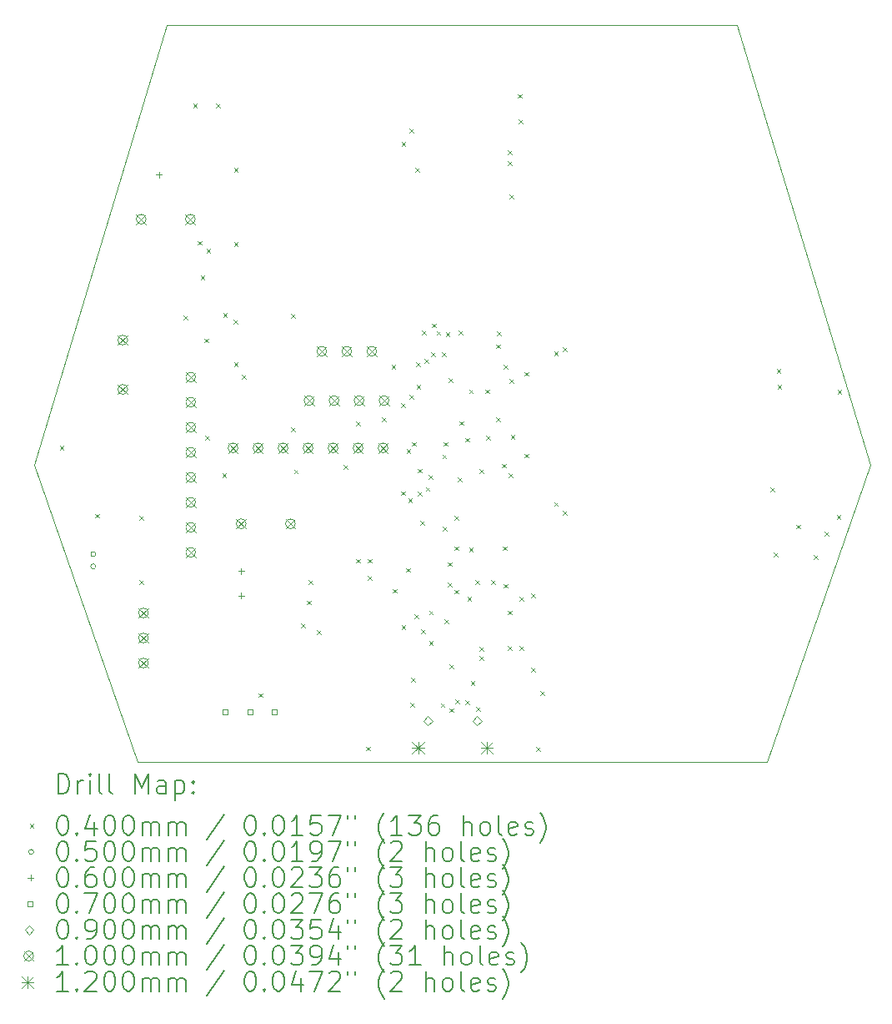
<source format=gbr>
%TF.GenerationSoftware,KiCad,Pcbnew,7.0.1-3b83917a11~172~ubuntu22.04.1*%
%TF.CreationDate,2023-04-06T21:49:17-06:00*%
%TF.ProjectId,gps-tracker,6770732d-7472-4616-936b-65722e6b6963,rev?*%
%TF.SameCoordinates,Original*%
%TF.FileFunction,Drillmap*%
%TF.FilePolarity,Positive*%
%FSLAX45Y45*%
G04 Gerber Fmt 4.5, Leading zero omitted, Abs format (unit mm)*
G04 Created by KiCad (PCBNEW 7.0.1-3b83917a11~172~ubuntu22.04.1) date 2023-04-06 21:49:17*
%MOMM*%
%LPD*%
G01*
G04 APERTURE LIST*
%ADD10C,0.100000*%
%ADD11C,0.200000*%
%ADD12C,0.040000*%
%ADD13C,0.050000*%
%ADD14C,0.060000*%
%ADD15C,0.070000*%
%ADD16C,0.090000*%
%ADD17C,0.120000*%
G04 APERTURE END LIST*
D10*
X15350000Y-9680000D02*
X14300000Y-12700000D01*
X8210000Y-5220000D02*
X6860000Y-9680000D01*
X6860000Y-9680000D02*
X7910000Y-12700000D01*
X14300000Y-12700000D02*
X7910000Y-12700000D01*
X14000000Y-5220000D02*
X8210000Y-5220000D01*
X14000000Y-5220000D02*
X15350000Y-9680000D01*
D11*
D12*
X7120000Y-9490000D02*
X7160000Y-9530000D01*
X7160000Y-9490000D02*
X7120000Y-9530000D01*
X7480000Y-10180000D02*
X7520000Y-10220000D01*
X7520000Y-10180000D02*
X7480000Y-10220000D01*
X7930000Y-10200000D02*
X7970000Y-10240000D01*
X7970000Y-10200000D02*
X7930000Y-10240000D01*
X7930000Y-10850000D02*
X7970000Y-10890000D01*
X7970000Y-10850000D02*
X7930000Y-10890000D01*
X8380000Y-8170000D02*
X8420000Y-8210000D01*
X8420000Y-8170000D02*
X8380000Y-8210000D01*
X8475050Y-6020000D02*
X8515050Y-6060000D01*
X8515050Y-6020000D02*
X8475050Y-6060000D01*
X8520000Y-7410000D02*
X8560000Y-7450000D01*
X8560000Y-7410000D02*
X8520000Y-7450000D01*
X8550000Y-7760000D02*
X8590000Y-7800000D01*
X8590000Y-7760000D02*
X8550000Y-7800000D01*
X8590000Y-8400000D02*
X8630000Y-8440000D01*
X8630000Y-8400000D02*
X8590000Y-8440000D01*
X8600000Y-9390000D02*
X8640000Y-9430000D01*
X8640000Y-9390000D02*
X8600000Y-9430000D01*
X8610000Y-7490000D02*
X8650000Y-7530000D01*
X8650000Y-7490000D02*
X8610000Y-7530000D01*
X8710000Y-6020000D02*
X8750000Y-6060000D01*
X8750000Y-6020000D02*
X8710000Y-6060000D01*
X8770000Y-9770000D02*
X8810000Y-9810000D01*
X8810000Y-9770000D02*
X8770000Y-9810000D01*
X8780000Y-8140000D02*
X8820000Y-8180000D01*
X8820000Y-8140000D02*
X8780000Y-8180000D01*
X8888015Y-8207450D02*
X8928015Y-8247450D01*
X8928015Y-8207450D02*
X8888015Y-8247450D01*
X8890000Y-6670000D02*
X8930000Y-6710000D01*
X8930000Y-6670000D02*
X8890000Y-6710000D01*
X8890000Y-7420000D02*
X8930000Y-7460000D01*
X8930000Y-7420000D02*
X8890000Y-7460000D01*
X8890000Y-8640000D02*
X8930000Y-8680000D01*
X8930000Y-8640000D02*
X8890000Y-8680000D01*
X8970000Y-8770000D02*
X9010000Y-8810000D01*
X9010000Y-8770000D02*
X8970000Y-8810000D01*
X9140000Y-12000000D02*
X9180000Y-12040000D01*
X9180000Y-12000000D02*
X9140000Y-12040000D01*
X9470000Y-8150000D02*
X9510000Y-8190000D01*
X9510000Y-8150000D02*
X9470000Y-8190000D01*
X9470000Y-9300000D02*
X9510000Y-9340000D01*
X9510000Y-9300000D02*
X9470000Y-9340000D01*
X9500000Y-9730000D02*
X9540000Y-9770000D01*
X9540000Y-9730000D02*
X9500000Y-9770000D01*
X9570000Y-11290000D02*
X9610000Y-11330000D01*
X9610000Y-11290000D02*
X9570000Y-11330000D01*
X9630000Y-11060000D02*
X9670000Y-11100000D01*
X9670000Y-11060000D02*
X9630000Y-11100000D01*
X9648561Y-10852550D02*
X9688561Y-10892550D01*
X9688561Y-10852550D02*
X9648561Y-10892550D01*
X9730000Y-11360000D02*
X9770000Y-11400000D01*
X9770000Y-11360000D02*
X9730000Y-11400000D01*
X10001351Y-9684378D02*
X10041351Y-9724378D01*
X10041351Y-9684378D02*
X10001351Y-9724378D01*
X10130000Y-10635000D02*
X10170000Y-10675000D01*
X10170000Y-10635000D02*
X10130000Y-10675000D01*
X10130000Y-9242550D02*
X10170000Y-9282550D01*
X10170000Y-9242550D02*
X10130000Y-9282550D01*
X10230000Y-12540000D02*
X10270000Y-12580000D01*
X10270000Y-12540000D02*
X10230000Y-12580000D01*
X10250000Y-10635000D02*
X10290000Y-10675000D01*
X10290000Y-10635000D02*
X10250000Y-10675000D01*
X10250000Y-10810000D02*
X10290000Y-10850000D01*
X10290000Y-10810000D02*
X10250000Y-10850000D01*
X10390000Y-9200000D02*
X10430000Y-9240000D01*
X10430000Y-9200000D02*
X10390000Y-9240000D01*
X10490000Y-8670000D02*
X10530000Y-8710000D01*
X10530000Y-8670000D02*
X10490000Y-8710000D01*
X10500000Y-10940000D02*
X10540000Y-10980000D01*
X10540000Y-10940000D02*
X10500000Y-10980000D01*
X10585100Y-9060000D02*
X10625100Y-9100000D01*
X10625100Y-9060000D02*
X10585100Y-9100000D01*
X10585100Y-9950000D02*
X10625100Y-9990000D01*
X10625100Y-9950000D02*
X10585100Y-9990000D01*
X10590000Y-6410000D02*
X10630000Y-6450000D01*
X10630000Y-6410000D02*
X10590000Y-6450000D01*
X10590000Y-11310000D02*
X10630000Y-11350000D01*
X10630000Y-11310000D02*
X10590000Y-11350000D01*
X10640000Y-10730000D02*
X10680000Y-10770000D01*
X10680000Y-10730000D02*
X10640000Y-10770000D01*
X10642550Y-9521267D02*
X10682550Y-9561267D01*
X10682550Y-9521267D02*
X10642550Y-9561267D01*
X10660000Y-10020000D02*
X10700000Y-10060000D01*
X10700000Y-10020000D02*
X10660000Y-10060000D01*
X10670000Y-6270000D02*
X10710000Y-6310000D01*
X10710000Y-6270000D02*
X10670000Y-6310000D01*
X10670000Y-8970000D02*
X10710000Y-9010000D01*
X10710000Y-8970000D02*
X10670000Y-9010000D01*
X10680000Y-12098764D02*
X10720000Y-12138764D01*
X10720000Y-12098764D02*
X10680000Y-12138764D01*
X10690000Y-11840000D02*
X10730000Y-11880000D01*
X10730000Y-11840000D02*
X10690000Y-11880000D01*
X10700000Y-9450000D02*
X10740000Y-9490000D01*
X10740000Y-9450000D02*
X10700000Y-9490000D01*
X10720000Y-11200000D02*
X10760000Y-11240000D01*
X10760000Y-11200000D02*
X10720000Y-11240000D01*
X10731128Y-6672374D02*
X10771128Y-6712374D01*
X10771128Y-6672374D02*
X10731128Y-6712374D01*
X10740000Y-8640000D02*
X10780000Y-8680000D01*
X10780000Y-8640000D02*
X10740000Y-8680000D01*
X10742550Y-8870000D02*
X10782550Y-8910000D01*
X10782550Y-8870000D02*
X10742550Y-8910000D01*
X10757450Y-9722367D02*
X10797450Y-9762367D01*
X10797450Y-9722367D02*
X10757450Y-9762367D01*
X10757450Y-9955322D02*
X10797450Y-9995322D01*
X10797450Y-9955322D02*
X10757450Y-9995322D01*
X10780000Y-10250000D02*
X10820000Y-10290000D01*
X10820000Y-10250000D02*
X10780000Y-10290000D01*
X10790000Y-11350000D02*
X10830000Y-11390000D01*
X10830000Y-11350000D02*
X10790000Y-11390000D01*
X10800000Y-8320000D02*
X10840000Y-8360000D01*
X10840000Y-8320000D02*
X10800000Y-8360000D01*
X10825787Y-8610000D02*
X10865787Y-8650000D01*
X10865787Y-8610000D02*
X10825787Y-8650000D01*
X10836006Y-9907450D02*
X10876006Y-9947450D01*
X10876006Y-9907450D02*
X10836006Y-9947450D01*
X10866453Y-9786368D02*
X10906453Y-9826368D01*
X10906453Y-9786368D02*
X10866453Y-9826368D01*
X10870000Y-11160000D02*
X10910000Y-11200000D01*
X10910000Y-11160000D02*
X10870000Y-11200000D01*
X10870000Y-11470000D02*
X10910000Y-11510000D01*
X10910000Y-11470000D02*
X10870000Y-11510000D01*
X10890000Y-8540000D02*
X10930000Y-8580000D01*
X10930000Y-8540000D02*
X10890000Y-8580000D01*
X10897450Y-8247345D02*
X10937450Y-8287345D01*
X10937450Y-8247345D02*
X10897450Y-8287345D01*
X10947450Y-8325530D02*
X10987450Y-8365530D01*
X10987450Y-8325530D02*
X10947450Y-8365530D01*
X10990000Y-12100000D02*
X11030000Y-12140000D01*
X11030000Y-12100000D02*
X10990000Y-12140000D01*
X11003020Y-8542550D02*
X11043020Y-8582550D01*
X11043020Y-8542550D02*
X11003020Y-8582550D01*
X11005960Y-9577450D02*
X11045960Y-9617450D01*
X11045960Y-9577450D02*
X11005960Y-9617450D01*
X11010000Y-10310000D02*
X11050000Y-10350000D01*
X11050000Y-10310000D02*
X11010000Y-10350000D01*
X11020000Y-9450000D02*
X11060000Y-9490000D01*
X11060000Y-9450000D02*
X11020000Y-9490000D01*
X11027550Y-11249708D02*
X11067550Y-11289708D01*
X11067550Y-11249708D02*
X11027550Y-11289708D01*
X11040000Y-8340000D02*
X11080000Y-8380000D01*
X11080000Y-8340000D02*
X11040000Y-8380000D01*
X11060000Y-10670000D02*
X11100000Y-10710000D01*
X11100000Y-10670000D02*
X11060000Y-10710000D01*
X11060000Y-10880000D02*
X11100000Y-10920000D01*
X11100000Y-10880000D02*
X11060000Y-10920000D01*
X11069983Y-8802550D02*
X11109983Y-8842550D01*
X11109983Y-8802550D02*
X11069983Y-8842550D01*
X11076622Y-12152450D02*
X11116622Y-12192450D01*
X11116622Y-12152450D02*
X11076622Y-12192450D01*
X11080000Y-11710000D02*
X11120000Y-11750000D01*
X11120000Y-11710000D02*
X11080000Y-11750000D01*
X11130000Y-10200000D02*
X11170000Y-10240000D01*
X11170000Y-10200000D02*
X11130000Y-10240000D01*
X11130000Y-10510000D02*
X11170000Y-10550000D01*
X11170000Y-10510000D02*
X11130000Y-10550000D01*
X11130000Y-10950000D02*
X11170000Y-10990000D01*
X11170000Y-10950000D02*
X11130000Y-10990000D01*
X11140000Y-12060000D02*
X11180000Y-12100000D01*
X11180000Y-12060000D02*
X11140000Y-12100000D01*
X11163464Y-9811918D02*
X11203463Y-9851918D01*
X11203463Y-9811918D02*
X11163464Y-9851918D01*
X11170000Y-8320000D02*
X11210000Y-8360000D01*
X11210000Y-8320000D02*
X11170000Y-8360000D01*
X11180000Y-9240000D02*
X11220000Y-9280000D01*
X11220000Y-9240000D02*
X11180000Y-9280000D01*
X11240000Y-9407400D02*
X11280000Y-9447400D01*
X11280000Y-9407400D02*
X11240000Y-9447400D01*
X11240000Y-12070000D02*
X11280000Y-12110000D01*
X11280000Y-12070000D02*
X11240000Y-12110000D01*
X11260000Y-11020000D02*
X11300000Y-11060000D01*
X11300000Y-11020000D02*
X11260000Y-11060000D01*
X11276225Y-10521799D02*
X11316225Y-10561799D01*
X11316225Y-10521799D02*
X11276225Y-10561799D01*
X11276908Y-8917450D02*
X11316908Y-8957450D01*
X11316908Y-8917450D02*
X11276908Y-8957450D01*
X11293659Y-11878390D02*
X11333659Y-11918390D01*
X11333659Y-11878390D02*
X11293659Y-11918390D01*
X11340000Y-10850000D02*
X11380000Y-10890000D01*
X11380000Y-10850000D02*
X11340000Y-10890000D01*
X11350000Y-12140000D02*
X11390000Y-12180000D01*
X11390000Y-12140000D02*
X11350000Y-12180000D01*
X11380000Y-9727450D02*
X11420000Y-9767450D01*
X11420000Y-9727450D02*
X11380000Y-9767450D01*
X11380000Y-11530000D02*
X11420000Y-11570000D01*
X11420000Y-11530000D02*
X11380000Y-11570000D01*
X11380000Y-11620000D02*
X11420000Y-11660000D01*
X11420000Y-11620000D02*
X11380000Y-11660000D01*
X11444973Y-8917450D02*
X11484973Y-8957450D01*
X11484973Y-8917450D02*
X11444973Y-8957450D01*
X11450000Y-9390000D02*
X11490000Y-9430000D01*
X11490000Y-9390000D02*
X11450000Y-9430000D01*
X11500000Y-10850000D02*
X11540000Y-10890000D01*
X11540000Y-10850000D02*
X11500000Y-10890000D01*
X11550000Y-8460000D02*
X11590000Y-8500000D01*
X11590000Y-8460000D02*
X11550000Y-8500000D01*
X11550000Y-9200000D02*
X11590000Y-9240000D01*
X11590000Y-9200000D02*
X11550000Y-9240000D01*
X11560000Y-8330000D02*
X11600000Y-8370000D01*
X11600000Y-8330000D02*
X11560000Y-8370000D01*
X11610000Y-9670000D02*
X11650000Y-9710000D01*
X11650000Y-9670000D02*
X11610000Y-9710000D01*
X11620000Y-10510000D02*
X11660000Y-10550000D01*
X11660000Y-10510000D02*
X11620000Y-10550000D01*
X11630000Y-8667450D02*
X11670000Y-8707450D01*
X11670000Y-8667450D02*
X11630000Y-8707450D01*
X11630000Y-10890000D02*
X11670000Y-10930000D01*
X11670000Y-10890000D02*
X11630000Y-10930000D01*
X11670000Y-6490000D02*
X11710000Y-6530000D01*
X11710000Y-6490000D02*
X11670000Y-6530000D01*
X11670000Y-6600000D02*
X11710000Y-6640000D01*
X11710000Y-6600000D02*
X11670000Y-6640000D01*
X11670000Y-11160000D02*
X11710000Y-11200000D01*
X11710000Y-11160000D02*
X11670000Y-11200000D01*
X11670000Y-11520000D02*
X11710000Y-11560000D01*
X11710000Y-11520000D02*
X11670000Y-11560000D01*
X11680000Y-9770000D02*
X11720000Y-9810000D01*
X11720000Y-9770000D02*
X11680000Y-9810000D01*
X11690000Y-6940000D02*
X11730000Y-6980000D01*
X11730000Y-6940000D02*
X11690000Y-6980000D01*
X11690000Y-8810000D02*
X11730000Y-8850000D01*
X11730000Y-8810000D02*
X11690000Y-8850000D01*
X11700000Y-9380000D02*
X11740000Y-9420000D01*
X11740000Y-9380000D02*
X11700000Y-9420000D01*
X11770000Y-5920000D02*
X11810000Y-5960000D01*
X11810000Y-5920000D02*
X11770000Y-5960000D01*
X11780000Y-6180000D02*
X11820000Y-6220000D01*
X11820000Y-6180000D02*
X11780000Y-6220000D01*
X11790000Y-11020000D02*
X11830000Y-11060000D01*
X11830000Y-11020000D02*
X11790000Y-11060000D01*
X11790000Y-11520000D02*
X11830000Y-11560000D01*
X11830000Y-11520000D02*
X11790000Y-11560000D01*
X11840000Y-8740000D02*
X11880000Y-8780000D01*
X11880000Y-8740000D02*
X11840000Y-8780000D01*
X11840000Y-9570000D02*
X11880000Y-9610000D01*
X11880000Y-9570000D02*
X11840000Y-9610000D01*
X11910000Y-10990000D02*
X11950000Y-11030000D01*
X11950000Y-10990000D02*
X11910000Y-11030000D01*
X11910000Y-11740000D02*
X11950000Y-11780000D01*
X11950000Y-11740000D02*
X11910000Y-11780000D01*
X11960000Y-12545000D02*
X12000000Y-12585000D01*
X12000000Y-12545000D02*
X11960000Y-12585000D01*
X12000000Y-11980000D02*
X12040000Y-12020000D01*
X12040000Y-11980000D02*
X12000000Y-12020000D01*
X12140000Y-8532550D02*
X12180000Y-8572550D01*
X12180000Y-8532550D02*
X12140000Y-8572550D01*
X12140000Y-10060000D02*
X12180000Y-10100000D01*
X12180000Y-10060000D02*
X12140000Y-10100000D01*
X12230000Y-8490000D02*
X12270000Y-8530000D01*
X12270000Y-8490000D02*
X12230000Y-8530000D01*
X12230000Y-10150000D02*
X12270000Y-10190000D01*
X12270000Y-10150000D02*
X12230000Y-10190000D01*
X14340000Y-9910000D02*
X14380000Y-9950000D01*
X14380000Y-9910000D02*
X14340000Y-9950000D01*
X14370000Y-10570000D02*
X14410000Y-10610000D01*
X14410000Y-10570000D02*
X14370000Y-10610000D01*
X14400000Y-8710000D02*
X14440000Y-8750000D01*
X14440000Y-8710000D02*
X14400000Y-8750000D01*
X14410000Y-8870000D02*
X14450000Y-8910000D01*
X14450000Y-8870000D02*
X14410000Y-8910000D01*
X14600000Y-10290000D02*
X14640000Y-10330000D01*
X14640000Y-10290000D02*
X14600000Y-10330000D01*
X14780000Y-10600000D02*
X14820000Y-10640000D01*
X14820000Y-10600000D02*
X14780000Y-10640000D01*
X14890000Y-10360000D02*
X14930000Y-10400000D01*
X14930000Y-10360000D02*
X14890000Y-10400000D01*
X15010000Y-10190000D02*
X15050000Y-10230000D01*
X15050000Y-10190000D02*
X15010000Y-10230000D01*
X15020000Y-8920000D02*
X15060000Y-8960000D01*
X15060000Y-8920000D02*
X15020000Y-8960000D01*
D13*
X7485000Y-10587500D02*
G75*
G03*
X7485000Y-10587500I-25000J0D01*
G01*
X7485000Y-10712500D02*
G75*
G03*
X7485000Y-10712500I-25000J0D01*
G01*
D14*
X8130000Y-6710000D02*
X8130000Y-6770000D01*
X8100000Y-6740000D02*
X8160000Y-6740000D01*
X8963232Y-10730000D02*
X8963232Y-10790000D01*
X8933232Y-10760000D02*
X8993232Y-10760000D01*
X8963232Y-10980000D02*
X8963232Y-11040000D01*
X8933232Y-11010000D02*
X8993232Y-11010000D01*
D15*
X8824749Y-12214749D02*
X8824749Y-12165251D01*
X8775251Y-12165251D01*
X8775251Y-12214749D01*
X8824749Y-12214749D01*
X9074749Y-12214749D02*
X9074749Y-12165251D01*
X9025251Y-12165251D01*
X9025251Y-12214749D01*
X9074749Y-12214749D01*
X9324749Y-12214749D02*
X9324749Y-12165251D01*
X9275251Y-12165251D01*
X9275251Y-12214749D01*
X9324749Y-12214749D01*
D16*
X10860000Y-12325000D02*
X10905000Y-12280000D01*
X10860000Y-12235000D01*
X10815000Y-12280000D01*
X10860000Y-12325000D01*
X11360000Y-12325000D02*
X11405000Y-12280000D01*
X11360000Y-12235000D01*
X11315000Y-12280000D01*
X11360000Y-12325000D01*
D10*
X7710000Y-8366768D02*
X7810000Y-8466768D01*
X7810000Y-8366768D02*
X7710000Y-8466768D01*
X7810000Y-8416768D02*
G75*
G03*
X7810000Y-8416768I-50000J0D01*
G01*
X7710000Y-8866768D02*
X7810000Y-8966768D01*
X7810000Y-8866768D02*
X7710000Y-8966768D01*
X7810000Y-8916768D02*
G75*
G03*
X7810000Y-8916768I-50000J0D01*
G01*
X7896768Y-7140000D02*
X7996768Y-7240000D01*
X7996768Y-7140000D02*
X7896768Y-7240000D01*
X7996768Y-7190000D02*
G75*
G03*
X7996768Y-7190000I-50000J0D01*
G01*
X7920000Y-11134500D02*
X8020000Y-11234500D01*
X8020000Y-11134500D02*
X7920000Y-11234500D01*
X8020000Y-11184500D02*
G75*
G03*
X8020000Y-11184500I-50000J0D01*
G01*
X7920000Y-11388500D02*
X8020000Y-11488500D01*
X8020000Y-11388500D02*
X7920000Y-11488500D01*
X8020000Y-11438500D02*
G75*
G03*
X8020000Y-11438500I-50000J0D01*
G01*
X7920000Y-11642500D02*
X8020000Y-11742500D01*
X8020000Y-11642500D02*
X7920000Y-11742500D01*
X8020000Y-11692500D02*
G75*
G03*
X8020000Y-11692500I-50000J0D01*
G01*
X8396768Y-7140000D02*
X8496768Y-7240000D01*
X8496768Y-7140000D02*
X8396768Y-7240000D01*
X8496768Y-7190000D02*
G75*
G03*
X8496768Y-7190000I-50000J0D01*
G01*
X8400000Y-8742500D02*
X8500000Y-8842500D01*
X8500000Y-8742500D02*
X8400000Y-8842500D01*
X8500000Y-8792500D02*
G75*
G03*
X8500000Y-8792500I-50000J0D01*
G01*
X8400000Y-8996500D02*
X8500000Y-9096500D01*
X8500000Y-8996500D02*
X8400000Y-9096500D01*
X8500000Y-9046500D02*
G75*
G03*
X8500000Y-9046500I-50000J0D01*
G01*
X8400000Y-9250500D02*
X8500000Y-9350500D01*
X8500000Y-9250500D02*
X8400000Y-9350500D01*
X8500000Y-9300500D02*
G75*
G03*
X8500000Y-9300500I-50000J0D01*
G01*
X8400000Y-9504500D02*
X8500000Y-9604500D01*
X8500000Y-9504500D02*
X8400000Y-9604500D01*
X8500000Y-9554500D02*
G75*
G03*
X8500000Y-9554500I-50000J0D01*
G01*
X8400000Y-9758500D02*
X8500000Y-9858500D01*
X8500000Y-9758500D02*
X8400000Y-9858500D01*
X8500000Y-9808500D02*
G75*
G03*
X8500000Y-9808500I-50000J0D01*
G01*
X8400000Y-10012500D02*
X8500000Y-10112500D01*
X8500000Y-10012500D02*
X8400000Y-10112500D01*
X8500000Y-10062500D02*
G75*
G03*
X8500000Y-10062500I-50000J0D01*
G01*
X8400000Y-10266500D02*
X8500000Y-10366500D01*
X8500000Y-10266500D02*
X8400000Y-10366500D01*
X8500000Y-10316500D02*
G75*
G03*
X8500000Y-10316500I-50000J0D01*
G01*
X8400000Y-10520500D02*
X8500000Y-10620500D01*
X8500000Y-10520500D02*
X8400000Y-10620500D01*
X8500000Y-10570500D02*
G75*
G03*
X8500000Y-10570500I-50000J0D01*
G01*
X8830000Y-9460000D02*
X8930000Y-9560000D01*
X8930000Y-9460000D02*
X8830000Y-9560000D01*
X8930000Y-9510000D02*
G75*
G03*
X8930000Y-9510000I-50000J0D01*
G01*
X8913232Y-10230000D02*
X9013232Y-10330000D01*
X9013232Y-10230000D02*
X8913232Y-10330000D01*
X9013232Y-10280000D02*
G75*
G03*
X9013232Y-10280000I-50000J0D01*
G01*
X9084000Y-9460000D02*
X9184000Y-9560000D01*
X9184000Y-9460000D02*
X9084000Y-9560000D01*
X9184000Y-9510000D02*
G75*
G03*
X9184000Y-9510000I-50000J0D01*
G01*
X9338000Y-9460000D02*
X9438000Y-9560000D01*
X9438000Y-9460000D02*
X9338000Y-9560000D01*
X9438000Y-9510000D02*
G75*
G03*
X9438000Y-9510000I-50000J0D01*
G01*
X9413232Y-10230000D02*
X9513232Y-10330000D01*
X9513232Y-10230000D02*
X9413232Y-10330000D01*
X9513232Y-10280000D02*
G75*
G03*
X9513232Y-10280000I-50000J0D01*
G01*
X9592000Y-9460000D02*
X9692000Y-9560000D01*
X9692000Y-9460000D02*
X9592000Y-9560000D01*
X9692000Y-9510000D02*
G75*
G03*
X9692000Y-9510000I-50000J0D01*
G01*
X9602000Y-8980000D02*
X9702000Y-9080000D01*
X9702000Y-8980000D02*
X9602000Y-9080000D01*
X9702000Y-9030000D02*
G75*
G03*
X9702000Y-9030000I-50000J0D01*
G01*
X9732000Y-8480000D02*
X9832000Y-8580000D01*
X9832000Y-8480000D02*
X9732000Y-8580000D01*
X9832000Y-8530000D02*
G75*
G03*
X9832000Y-8530000I-50000J0D01*
G01*
X9846000Y-9460000D02*
X9946000Y-9560000D01*
X9946000Y-9460000D02*
X9846000Y-9560000D01*
X9946000Y-9510000D02*
G75*
G03*
X9946000Y-9510000I-50000J0D01*
G01*
X9856000Y-8980000D02*
X9956000Y-9080000D01*
X9956000Y-8980000D02*
X9856000Y-9080000D01*
X9956000Y-9030000D02*
G75*
G03*
X9956000Y-9030000I-50000J0D01*
G01*
X9986000Y-8480000D02*
X10086000Y-8580000D01*
X10086000Y-8480000D02*
X9986000Y-8580000D01*
X10086000Y-8530000D02*
G75*
G03*
X10086000Y-8530000I-50000J0D01*
G01*
X10100000Y-9460000D02*
X10200000Y-9560000D01*
X10200000Y-9460000D02*
X10100000Y-9560000D01*
X10200000Y-9510000D02*
G75*
G03*
X10200000Y-9510000I-50000J0D01*
G01*
X10110000Y-8980000D02*
X10210000Y-9080000D01*
X10210000Y-8980000D02*
X10110000Y-9080000D01*
X10210000Y-9030000D02*
G75*
G03*
X10210000Y-9030000I-50000J0D01*
G01*
X10240000Y-8480000D02*
X10340000Y-8580000D01*
X10340000Y-8480000D02*
X10240000Y-8580000D01*
X10340000Y-8530000D02*
G75*
G03*
X10340000Y-8530000I-50000J0D01*
G01*
X10354000Y-9460000D02*
X10454000Y-9560000D01*
X10454000Y-9460000D02*
X10354000Y-9560000D01*
X10454000Y-9510000D02*
G75*
G03*
X10454000Y-9510000I-50000J0D01*
G01*
X10364000Y-8980000D02*
X10464000Y-9080000D01*
X10464000Y-8980000D02*
X10364000Y-9080000D01*
X10464000Y-9030000D02*
G75*
G03*
X10464000Y-9030000I-50000J0D01*
G01*
D17*
X10700000Y-12490000D02*
X10820000Y-12610000D01*
X10820000Y-12490000D02*
X10700000Y-12610000D01*
X10760000Y-12490000D02*
X10760000Y-12610000D01*
X10700000Y-12550000D02*
X10820000Y-12550000D01*
X11400000Y-12490000D02*
X11520000Y-12610000D01*
X11520000Y-12490000D02*
X11400000Y-12610000D01*
X11460000Y-12490000D02*
X11460000Y-12610000D01*
X11400000Y-12550000D02*
X11520000Y-12550000D01*
D11*
X7102619Y-13017524D02*
X7102619Y-12817524D01*
X7102619Y-12817524D02*
X7150238Y-12817524D01*
X7150238Y-12817524D02*
X7178809Y-12827048D01*
X7178809Y-12827048D02*
X7197857Y-12846095D01*
X7197857Y-12846095D02*
X7207381Y-12865143D01*
X7207381Y-12865143D02*
X7216905Y-12903238D01*
X7216905Y-12903238D02*
X7216905Y-12931809D01*
X7216905Y-12931809D02*
X7207381Y-12969905D01*
X7207381Y-12969905D02*
X7197857Y-12988952D01*
X7197857Y-12988952D02*
X7178809Y-13008000D01*
X7178809Y-13008000D02*
X7150238Y-13017524D01*
X7150238Y-13017524D02*
X7102619Y-13017524D01*
X7302619Y-13017524D02*
X7302619Y-12884190D01*
X7302619Y-12922286D02*
X7312143Y-12903238D01*
X7312143Y-12903238D02*
X7321667Y-12893714D01*
X7321667Y-12893714D02*
X7340714Y-12884190D01*
X7340714Y-12884190D02*
X7359762Y-12884190D01*
X7426428Y-13017524D02*
X7426428Y-12884190D01*
X7426428Y-12817524D02*
X7416905Y-12827048D01*
X7416905Y-12827048D02*
X7426428Y-12836571D01*
X7426428Y-12836571D02*
X7435952Y-12827048D01*
X7435952Y-12827048D02*
X7426428Y-12817524D01*
X7426428Y-12817524D02*
X7426428Y-12836571D01*
X7550238Y-13017524D02*
X7531190Y-13008000D01*
X7531190Y-13008000D02*
X7521667Y-12988952D01*
X7521667Y-12988952D02*
X7521667Y-12817524D01*
X7655000Y-13017524D02*
X7635952Y-13008000D01*
X7635952Y-13008000D02*
X7626428Y-12988952D01*
X7626428Y-12988952D02*
X7626428Y-12817524D01*
X7883571Y-13017524D02*
X7883571Y-12817524D01*
X7883571Y-12817524D02*
X7950238Y-12960381D01*
X7950238Y-12960381D02*
X8016905Y-12817524D01*
X8016905Y-12817524D02*
X8016905Y-13017524D01*
X8197857Y-13017524D02*
X8197857Y-12912762D01*
X8197857Y-12912762D02*
X8188333Y-12893714D01*
X8188333Y-12893714D02*
X8169286Y-12884190D01*
X8169286Y-12884190D02*
X8131190Y-12884190D01*
X8131190Y-12884190D02*
X8112143Y-12893714D01*
X8197857Y-13008000D02*
X8178809Y-13017524D01*
X8178809Y-13017524D02*
X8131190Y-13017524D01*
X8131190Y-13017524D02*
X8112143Y-13008000D01*
X8112143Y-13008000D02*
X8102619Y-12988952D01*
X8102619Y-12988952D02*
X8102619Y-12969905D01*
X8102619Y-12969905D02*
X8112143Y-12950857D01*
X8112143Y-12950857D02*
X8131190Y-12941333D01*
X8131190Y-12941333D02*
X8178809Y-12941333D01*
X8178809Y-12941333D02*
X8197857Y-12931809D01*
X8293095Y-12884190D02*
X8293095Y-13084190D01*
X8293095Y-12893714D02*
X8312143Y-12884190D01*
X8312143Y-12884190D02*
X8350238Y-12884190D01*
X8350238Y-12884190D02*
X8369286Y-12893714D01*
X8369286Y-12893714D02*
X8378809Y-12903238D01*
X8378809Y-12903238D02*
X8388333Y-12922286D01*
X8388333Y-12922286D02*
X8388333Y-12979428D01*
X8388333Y-12979428D02*
X8378809Y-12998476D01*
X8378809Y-12998476D02*
X8369286Y-13008000D01*
X8369286Y-13008000D02*
X8350238Y-13017524D01*
X8350238Y-13017524D02*
X8312143Y-13017524D01*
X8312143Y-13017524D02*
X8293095Y-13008000D01*
X8474048Y-12998476D02*
X8483571Y-13008000D01*
X8483571Y-13008000D02*
X8474048Y-13017524D01*
X8474048Y-13017524D02*
X8464524Y-13008000D01*
X8464524Y-13008000D02*
X8474048Y-12998476D01*
X8474048Y-12998476D02*
X8474048Y-13017524D01*
X8474048Y-12893714D02*
X8483571Y-12903238D01*
X8483571Y-12903238D02*
X8474048Y-12912762D01*
X8474048Y-12912762D02*
X8464524Y-12903238D01*
X8464524Y-12903238D02*
X8474048Y-12893714D01*
X8474048Y-12893714D02*
X8474048Y-12912762D01*
D12*
X6815000Y-13325000D02*
X6855000Y-13365000D01*
X6855000Y-13325000D02*
X6815000Y-13365000D01*
D11*
X7140714Y-13237524D02*
X7159762Y-13237524D01*
X7159762Y-13237524D02*
X7178809Y-13247048D01*
X7178809Y-13247048D02*
X7188333Y-13256571D01*
X7188333Y-13256571D02*
X7197857Y-13275619D01*
X7197857Y-13275619D02*
X7207381Y-13313714D01*
X7207381Y-13313714D02*
X7207381Y-13361333D01*
X7207381Y-13361333D02*
X7197857Y-13399428D01*
X7197857Y-13399428D02*
X7188333Y-13418476D01*
X7188333Y-13418476D02*
X7178809Y-13428000D01*
X7178809Y-13428000D02*
X7159762Y-13437524D01*
X7159762Y-13437524D02*
X7140714Y-13437524D01*
X7140714Y-13437524D02*
X7121667Y-13428000D01*
X7121667Y-13428000D02*
X7112143Y-13418476D01*
X7112143Y-13418476D02*
X7102619Y-13399428D01*
X7102619Y-13399428D02*
X7093095Y-13361333D01*
X7093095Y-13361333D02*
X7093095Y-13313714D01*
X7093095Y-13313714D02*
X7102619Y-13275619D01*
X7102619Y-13275619D02*
X7112143Y-13256571D01*
X7112143Y-13256571D02*
X7121667Y-13247048D01*
X7121667Y-13247048D02*
X7140714Y-13237524D01*
X7293095Y-13418476D02*
X7302619Y-13428000D01*
X7302619Y-13428000D02*
X7293095Y-13437524D01*
X7293095Y-13437524D02*
X7283571Y-13428000D01*
X7283571Y-13428000D02*
X7293095Y-13418476D01*
X7293095Y-13418476D02*
X7293095Y-13437524D01*
X7474048Y-13304190D02*
X7474048Y-13437524D01*
X7426428Y-13228000D02*
X7378809Y-13370857D01*
X7378809Y-13370857D02*
X7502619Y-13370857D01*
X7616905Y-13237524D02*
X7635952Y-13237524D01*
X7635952Y-13237524D02*
X7655000Y-13247048D01*
X7655000Y-13247048D02*
X7664524Y-13256571D01*
X7664524Y-13256571D02*
X7674048Y-13275619D01*
X7674048Y-13275619D02*
X7683571Y-13313714D01*
X7683571Y-13313714D02*
X7683571Y-13361333D01*
X7683571Y-13361333D02*
X7674048Y-13399428D01*
X7674048Y-13399428D02*
X7664524Y-13418476D01*
X7664524Y-13418476D02*
X7655000Y-13428000D01*
X7655000Y-13428000D02*
X7635952Y-13437524D01*
X7635952Y-13437524D02*
X7616905Y-13437524D01*
X7616905Y-13437524D02*
X7597857Y-13428000D01*
X7597857Y-13428000D02*
X7588333Y-13418476D01*
X7588333Y-13418476D02*
X7578809Y-13399428D01*
X7578809Y-13399428D02*
X7569286Y-13361333D01*
X7569286Y-13361333D02*
X7569286Y-13313714D01*
X7569286Y-13313714D02*
X7578809Y-13275619D01*
X7578809Y-13275619D02*
X7588333Y-13256571D01*
X7588333Y-13256571D02*
X7597857Y-13247048D01*
X7597857Y-13247048D02*
X7616905Y-13237524D01*
X7807381Y-13237524D02*
X7826429Y-13237524D01*
X7826429Y-13237524D02*
X7845476Y-13247048D01*
X7845476Y-13247048D02*
X7855000Y-13256571D01*
X7855000Y-13256571D02*
X7864524Y-13275619D01*
X7864524Y-13275619D02*
X7874048Y-13313714D01*
X7874048Y-13313714D02*
X7874048Y-13361333D01*
X7874048Y-13361333D02*
X7864524Y-13399428D01*
X7864524Y-13399428D02*
X7855000Y-13418476D01*
X7855000Y-13418476D02*
X7845476Y-13428000D01*
X7845476Y-13428000D02*
X7826429Y-13437524D01*
X7826429Y-13437524D02*
X7807381Y-13437524D01*
X7807381Y-13437524D02*
X7788333Y-13428000D01*
X7788333Y-13428000D02*
X7778809Y-13418476D01*
X7778809Y-13418476D02*
X7769286Y-13399428D01*
X7769286Y-13399428D02*
X7759762Y-13361333D01*
X7759762Y-13361333D02*
X7759762Y-13313714D01*
X7759762Y-13313714D02*
X7769286Y-13275619D01*
X7769286Y-13275619D02*
X7778809Y-13256571D01*
X7778809Y-13256571D02*
X7788333Y-13247048D01*
X7788333Y-13247048D02*
X7807381Y-13237524D01*
X7959762Y-13437524D02*
X7959762Y-13304190D01*
X7959762Y-13323238D02*
X7969286Y-13313714D01*
X7969286Y-13313714D02*
X7988333Y-13304190D01*
X7988333Y-13304190D02*
X8016905Y-13304190D01*
X8016905Y-13304190D02*
X8035952Y-13313714D01*
X8035952Y-13313714D02*
X8045476Y-13332762D01*
X8045476Y-13332762D02*
X8045476Y-13437524D01*
X8045476Y-13332762D02*
X8055000Y-13313714D01*
X8055000Y-13313714D02*
X8074048Y-13304190D01*
X8074048Y-13304190D02*
X8102619Y-13304190D01*
X8102619Y-13304190D02*
X8121667Y-13313714D01*
X8121667Y-13313714D02*
X8131190Y-13332762D01*
X8131190Y-13332762D02*
X8131190Y-13437524D01*
X8226429Y-13437524D02*
X8226429Y-13304190D01*
X8226429Y-13323238D02*
X8235952Y-13313714D01*
X8235952Y-13313714D02*
X8255000Y-13304190D01*
X8255000Y-13304190D02*
X8283571Y-13304190D01*
X8283571Y-13304190D02*
X8302619Y-13313714D01*
X8302619Y-13313714D02*
X8312143Y-13332762D01*
X8312143Y-13332762D02*
X8312143Y-13437524D01*
X8312143Y-13332762D02*
X8321667Y-13313714D01*
X8321667Y-13313714D02*
X8340714Y-13304190D01*
X8340714Y-13304190D02*
X8369286Y-13304190D01*
X8369286Y-13304190D02*
X8388333Y-13313714D01*
X8388333Y-13313714D02*
X8397857Y-13332762D01*
X8397857Y-13332762D02*
X8397857Y-13437524D01*
X8788333Y-13228000D02*
X8616905Y-13485143D01*
X9045476Y-13237524D02*
X9064524Y-13237524D01*
X9064524Y-13237524D02*
X9083572Y-13247048D01*
X9083572Y-13247048D02*
X9093095Y-13256571D01*
X9093095Y-13256571D02*
X9102619Y-13275619D01*
X9102619Y-13275619D02*
X9112143Y-13313714D01*
X9112143Y-13313714D02*
X9112143Y-13361333D01*
X9112143Y-13361333D02*
X9102619Y-13399428D01*
X9102619Y-13399428D02*
X9093095Y-13418476D01*
X9093095Y-13418476D02*
X9083572Y-13428000D01*
X9083572Y-13428000D02*
X9064524Y-13437524D01*
X9064524Y-13437524D02*
X9045476Y-13437524D01*
X9045476Y-13437524D02*
X9026429Y-13428000D01*
X9026429Y-13428000D02*
X9016905Y-13418476D01*
X9016905Y-13418476D02*
X9007381Y-13399428D01*
X9007381Y-13399428D02*
X8997857Y-13361333D01*
X8997857Y-13361333D02*
X8997857Y-13313714D01*
X8997857Y-13313714D02*
X9007381Y-13275619D01*
X9007381Y-13275619D02*
X9016905Y-13256571D01*
X9016905Y-13256571D02*
X9026429Y-13247048D01*
X9026429Y-13247048D02*
X9045476Y-13237524D01*
X9197857Y-13418476D02*
X9207381Y-13428000D01*
X9207381Y-13428000D02*
X9197857Y-13437524D01*
X9197857Y-13437524D02*
X9188334Y-13428000D01*
X9188334Y-13428000D02*
X9197857Y-13418476D01*
X9197857Y-13418476D02*
X9197857Y-13437524D01*
X9331191Y-13237524D02*
X9350238Y-13237524D01*
X9350238Y-13237524D02*
X9369286Y-13247048D01*
X9369286Y-13247048D02*
X9378810Y-13256571D01*
X9378810Y-13256571D02*
X9388334Y-13275619D01*
X9388334Y-13275619D02*
X9397857Y-13313714D01*
X9397857Y-13313714D02*
X9397857Y-13361333D01*
X9397857Y-13361333D02*
X9388334Y-13399428D01*
X9388334Y-13399428D02*
X9378810Y-13418476D01*
X9378810Y-13418476D02*
X9369286Y-13428000D01*
X9369286Y-13428000D02*
X9350238Y-13437524D01*
X9350238Y-13437524D02*
X9331191Y-13437524D01*
X9331191Y-13437524D02*
X9312143Y-13428000D01*
X9312143Y-13428000D02*
X9302619Y-13418476D01*
X9302619Y-13418476D02*
X9293095Y-13399428D01*
X9293095Y-13399428D02*
X9283572Y-13361333D01*
X9283572Y-13361333D02*
X9283572Y-13313714D01*
X9283572Y-13313714D02*
X9293095Y-13275619D01*
X9293095Y-13275619D02*
X9302619Y-13256571D01*
X9302619Y-13256571D02*
X9312143Y-13247048D01*
X9312143Y-13247048D02*
X9331191Y-13237524D01*
X9588334Y-13437524D02*
X9474048Y-13437524D01*
X9531191Y-13437524D02*
X9531191Y-13237524D01*
X9531191Y-13237524D02*
X9512143Y-13266095D01*
X9512143Y-13266095D02*
X9493095Y-13285143D01*
X9493095Y-13285143D02*
X9474048Y-13294667D01*
X9769286Y-13237524D02*
X9674048Y-13237524D01*
X9674048Y-13237524D02*
X9664524Y-13332762D01*
X9664524Y-13332762D02*
X9674048Y-13323238D01*
X9674048Y-13323238D02*
X9693095Y-13313714D01*
X9693095Y-13313714D02*
X9740715Y-13313714D01*
X9740715Y-13313714D02*
X9759762Y-13323238D01*
X9759762Y-13323238D02*
X9769286Y-13332762D01*
X9769286Y-13332762D02*
X9778810Y-13351809D01*
X9778810Y-13351809D02*
X9778810Y-13399428D01*
X9778810Y-13399428D02*
X9769286Y-13418476D01*
X9769286Y-13418476D02*
X9759762Y-13428000D01*
X9759762Y-13428000D02*
X9740715Y-13437524D01*
X9740715Y-13437524D02*
X9693095Y-13437524D01*
X9693095Y-13437524D02*
X9674048Y-13428000D01*
X9674048Y-13428000D02*
X9664524Y-13418476D01*
X9845476Y-13237524D02*
X9978810Y-13237524D01*
X9978810Y-13237524D02*
X9893095Y-13437524D01*
X10045476Y-13237524D02*
X10045476Y-13275619D01*
X10121667Y-13237524D02*
X10121667Y-13275619D01*
X10416905Y-13513714D02*
X10407381Y-13504190D01*
X10407381Y-13504190D02*
X10388334Y-13475619D01*
X10388334Y-13475619D02*
X10378810Y-13456571D01*
X10378810Y-13456571D02*
X10369286Y-13428000D01*
X10369286Y-13428000D02*
X10359762Y-13380381D01*
X10359762Y-13380381D02*
X10359762Y-13342286D01*
X10359762Y-13342286D02*
X10369286Y-13294667D01*
X10369286Y-13294667D02*
X10378810Y-13266095D01*
X10378810Y-13266095D02*
X10388334Y-13247048D01*
X10388334Y-13247048D02*
X10407381Y-13218476D01*
X10407381Y-13218476D02*
X10416905Y-13208952D01*
X10597857Y-13437524D02*
X10483572Y-13437524D01*
X10540715Y-13437524D02*
X10540715Y-13237524D01*
X10540715Y-13237524D02*
X10521667Y-13266095D01*
X10521667Y-13266095D02*
X10502619Y-13285143D01*
X10502619Y-13285143D02*
X10483572Y-13294667D01*
X10664524Y-13237524D02*
X10788334Y-13237524D01*
X10788334Y-13237524D02*
X10721667Y-13313714D01*
X10721667Y-13313714D02*
X10750238Y-13313714D01*
X10750238Y-13313714D02*
X10769286Y-13323238D01*
X10769286Y-13323238D02*
X10778810Y-13332762D01*
X10778810Y-13332762D02*
X10788334Y-13351809D01*
X10788334Y-13351809D02*
X10788334Y-13399428D01*
X10788334Y-13399428D02*
X10778810Y-13418476D01*
X10778810Y-13418476D02*
X10769286Y-13428000D01*
X10769286Y-13428000D02*
X10750238Y-13437524D01*
X10750238Y-13437524D02*
X10693096Y-13437524D01*
X10693096Y-13437524D02*
X10674048Y-13428000D01*
X10674048Y-13428000D02*
X10664524Y-13418476D01*
X10959762Y-13237524D02*
X10921667Y-13237524D01*
X10921667Y-13237524D02*
X10902619Y-13247048D01*
X10902619Y-13247048D02*
X10893096Y-13256571D01*
X10893096Y-13256571D02*
X10874048Y-13285143D01*
X10874048Y-13285143D02*
X10864524Y-13323238D01*
X10864524Y-13323238D02*
X10864524Y-13399428D01*
X10864524Y-13399428D02*
X10874048Y-13418476D01*
X10874048Y-13418476D02*
X10883572Y-13428000D01*
X10883572Y-13428000D02*
X10902619Y-13437524D01*
X10902619Y-13437524D02*
X10940715Y-13437524D01*
X10940715Y-13437524D02*
X10959762Y-13428000D01*
X10959762Y-13428000D02*
X10969286Y-13418476D01*
X10969286Y-13418476D02*
X10978810Y-13399428D01*
X10978810Y-13399428D02*
X10978810Y-13351809D01*
X10978810Y-13351809D02*
X10969286Y-13332762D01*
X10969286Y-13332762D02*
X10959762Y-13323238D01*
X10959762Y-13323238D02*
X10940715Y-13313714D01*
X10940715Y-13313714D02*
X10902619Y-13313714D01*
X10902619Y-13313714D02*
X10883572Y-13323238D01*
X10883572Y-13323238D02*
X10874048Y-13332762D01*
X10874048Y-13332762D02*
X10864524Y-13351809D01*
X11216905Y-13437524D02*
X11216905Y-13237524D01*
X11302619Y-13437524D02*
X11302619Y-13332762D01*
X11302619Y-13332762D02*
X11293096Y-13313714D01*
X11293096Y-13313714D02*
X11274048Y-13304190D01*
X11274048Y-13304190D02*
X11245476Y-13304190D01*
X11245476Y-13304190D02*
X11226429Y-13313714D01*
X11226429Y-13313714D02*
X11216905Y-13323238D01*
X11426429Y-13437524D02*
X11407381Y-13428000D01*
X11407381Y-13428000D02*
X11397857Y-13418476D01*
X11397857Y-13418476D02*
X11388334Y-13399428D01*
X11388334Y-13399428D02*
X11388334Y-13342286D01*
X11388334Y-13342286D02*
X11397857Y-13323238D01*
X11397857Y-13323238D02*
X11407381Y-13313714D01*
X11407381Y-13313714D02*
X11426429Y-13304190D01*
X11426429Y-13304190D02*
X11455000Y-13304190D01*
X11455000Y-13304190D02*
X11474048Y-13313714D01*
X11474048Y-13313714D02*
X11483572Y-13323238D01*
X11483572Y-13323238D02*
X11493096Y-13342286D01*
X11493096Y-13342286D02*
X11493096Y-13399428D01*
X11493096Y-13399428D02*
X11483572Y-13418476D01*
X11483572Y-13418476D02*
X11474048Y-13428000D01*
X11474048Y-13428000D02*
X11455000Y-13437524D01*
X11455000Y-13437524D02*
X11426429Y-13437524D01*
X11607381Y-13437524D02*
X11588334Y-13428000D01*
X11588334Y-13428000D02*
X11578810Y-13408952D01*
X11578810Y-13408952D02*
X11578810Y-13237524D01*
X11759762Y-13428000D02*
X11740715Y-13437524D01*
X11740715Y-13437524D02*
X11702619Y-13437524D01*
X11702619Y-13437524D02*
X11683572Y-13428000D01*
X11683572Y-13428000D02*
X11674048Y-13408952D01*
X11674048Y-13408952D02*
X11674048Y-13332762D01*
X11674048Y-13332762D02*
X11683572Y-13313714D01*
X11683572Y-13313714D02*
X11702619Y-13304190D01*
X11702619Y-13304190D02*
X11740715Y-13304190D01*
X11740715Y-13304190D02*
X11759762Y-13313714D01*
X11759762Y-13313714D02*
X11769286Y-13332762D01*
X11769286Y-13332762D02*
X11769286Y-13351809D01*
X11769286Y-13351809D02*
X11674048Y-13370857D01*
X11845477Y-13428000D02*
X11864524Y-13437524D01*
X11864524Y-13437524D02*
X11902619Y-13437524D01*
X11902619Y-13437524D02*
X11921667Y-13428000D01*
X11921667Y-13428000D02*
X11931191Y-13408952D01*
X11931191Y-13408952D02*
X11931191Y-13399428D01*
X11931191Y-13399428D02*
X11921667Y-13380381D01*
X11921667Y-13380381D02*
X11902619Y-13370857D01*
X11902619Y-13370857D02*
X11874048Y-13370857D01*
X11874048Y-13370857D02*
X11855000Y-13361333D01*
X11855000Y-13361333D02*
X11845477Y-13342286D01*
X11845477Y-13342286D02*
X11845477Y-13332762D01*
X11845477Y-13332762D02*
X11855000Y-13313714D01*
X11855000Y-13313714D02*
X11874048Y-13304190D01*
X11874048Y-13304190D02*
X11902619Y-13304190D01*
X11902619Y-13304190D02*
X11921667Y-13313714D01*
X11997858Y-13513714D02*
X12007381Y-13504190D01*
X12007381Y-13504190D02*
X12026429Y-13475619D01*
X12026429Y-13475619D02*
X12035953Y-13456571D01*
X12035953Y-13456571D02*
X12045477Y-13428000D01*
X12045477Y-13428000D02*
X12055000Y-13380381D01*
X12055000Y-13380381D02*
X12055000Y-13342286D01*
X12055000Y-13342286D02*
X12045477Y-13294667D01*
X12045477Y-13294667D02*
X12035953Y-13266095D01*
X12035953Y-13266095D02*
X12026429Y-13247048D01*
X12026429Y-13247048D02*
X12007381Y-13218476D01*
X12007381Y-13218476D02*
X11997858Y-13208952D01*
D13*
X6855000Y-13609000D02*
G75*
G03*
X6855000Y-13609000I-25000J0D01*
G01*
D11*
X7140714Y-13501524D02*
X7159762Y-13501524D01*
X7159762Y-13501524D02*
X7178809Y-13511048D01*
X7178809Y-13511048D02*
X7188333Y-13520571D01*
X7188333Y-13520571D02*
X7197857Y-13539619D01*
X7197857Y-13539619D02*
X7207381Y-13577714D01*
X7207381Y-13577714D02*
X7207381Y-13625333D01*
X7207381Y-13625333D02*
X7197857Y-13663428D01*
X7197857Y-13663428D02*
X7188333Y-13682476D01*
X7188333Y-13682476D02*
X7178809Y-13692000D01*
X7178809Y-13692000D02*
X7159762Y-13701524D01*
X7159762Y-13701524D02*
X7140714Y-13701524D01*
X7140714Y-13701524D02*
X7121667Y-13692000D01*
X7121667Y-13692000D02*
X7112143Y-13682476D01*
X7112143Y-13682476D02*
X7102619Y-13663428D01*
X7102619Y-13663428D02*
X7093095Y-13625333D01*
X7093095Y-13625333D02*
X7093095Y-13577714D01*
X7093095Y-13577714D02*
X7102619Y-13539619D01*
X7102619Y-13539619D02*
X7112143Y-13520571D01*
X7112143Y-13520571D02*
X7121667Y-13511048D01*
X7121667Y-13511048D02*
X7140714Y-13501524D01*
X7293095Y-13682476D02*
X7302619Y-13692000D01*
X7302619Y-13692000D02*
X7293095Y-13701524D01*
X7293095Y-13701524D02*
X7283571Y-13692000D01*
X7283571Y-13692000D02*
X7293095Y-13682476D01*
X7293095Y-13682476D02*
X7293095Y-13701524D01*
X7483571Y-13501524D02*
X7388333Y-13501524D01*
X7388333Y-13501524D02*
X7378809Y-13596762D01*
X7378809Y-13596762D02*
X7388333Y-13587238D01*
X7388333Y-13587238D02*
X7407381Y-13577714D01*
X7407381Y-13577714D02*
X7455000Y-13577714D01*
X7455000Y-13577714D02*
X7474048Y-13587238D01*
X7474048Y-13587238D02*
X7483571Y-13596762D01*
X7483571Y-13596762D02*
X7493095Y-13615809D01*
X7493095Y-13615809D02*
X7493095Y-13663428D01*
X7493095Y-13663428D02*
X7483571Y-13682476D01*
X7483571Y-13682476D02*
X7474048Y-13692000D01*
X7474048Y-13692000D02*
X7455000Y-13701524D01*
X7455000Y-13701524D02*
X7407381Y-13701524D01*
X7407381Y-13701524D02*
X7388333Y-13692000D01*
X7388333Y-13692000D02*
X7378809Y-13682476D01*
X7616905Y-13501524D02*
X7635952Y-13501524D01*
X7635952Y-13501524D02*
X7655000Y-13511048D01*
X7655000Y-13511048D02*
X7664524Y-13520571D01*
X7664524Y-13520571D02*
X7674048Y-13539619D01*
X7674048Y-13539619D02*
X7683571Y-13577714D01*
X7683571Y-13577714D02*
X7683571Y-13625333D01*
X7683571Y-13625333D02*
X7674048Y-13663428D01*
X7674048Y-13663428D02*
X7664524Y-13682476D01*
X7664524Y-13682476D02*
X7655000Y-13692000D01*
X7655000Y-13692000D02*
X7635952Y-13701524D01*
X7635952Y-13701524D02*
X7616905Y-13701524D01*
X7616905Y-13701524D02*
X7597857Y-13692000D01*
X7597857Y-13692000D02*
X7588333Y-13682476D01*
X7588333Y-13682476D02*
X7578809Y-13663428D01*
X7578809Y-13663428D02*
X7569286Y-13625333D01*
X7569286Y-13625333D02*
X7569286Y-13577714D01*
X7569286Y-13577714D02*
X7578809Y-13539619D01*
X7578809Y-13539619D02*
X7588333Y-13520571D01*
X7588333Y-13520571D02*
X7597857Y-13511048D01*
X7597857Y-13511048D02*
X7616905Y-13501524D01*
X7807381Y-13501524D02*
X7826429Y-13501524D01*
X7826429Y-13501524D02*
X7845476Y-13511048D01*
X7845476Y-13511048D02*
X7855000Y-13520571D01*
X7855000Y-13520571D02*
X7864524Y-13539619D01*
X7864524Y-13539619D02*
X7874048Y-13577714D01*
X7874048Y-13577714D02*
X7874048Y-13625333D01*
X7874048Y-13625333D02*
X7864524Y-13663428D01*
X7864524Y-13663428D02*
X7855000Y-13682476D01*
X7855000Y-13682476D02*
X7845476Y-13692000D01*
X7845476Y-13692000D02*
X7826429Y-13701524D01*
X7826429Y-13701524D02*
X7807381Y-13701524D01*
X7807381Y-13701524D02*
X7788333Y-13692000D01*
X7788333Y-13692000D02*
X7778809Y-13682476D01*
X7778809Y-13682476D02*
X7769286Y-13663428D01*
X7769286Y-13663428D02*
X7759762Y-13625333D01*
X7759762Y-13625333D02*
X7759762Y-13577714D01*
X7759762Y-13577714D02*
X7769286Y-13539619D01*
X7769286Y-13539619D02*
X7778809Y-13520571D01*
X7778809Y-13520571D02*
X7788333Y-13511048D01*
X7788333Y-13511048D02*
X7807381Y-13501524D01*
X7959762Y-13701524D02*
X7959762Y-13568190D01*
X7959762Y-13587238D02*
X7969286Y-13577714D01*
X7969286Y-13577714D02*
X7988333Y-13568190D01*
X7988333Y-13568190D02*
X8016905Y-13568190D01*
X8016905Y-13568190D02*
X8035952Y-13577714D01*
X8035952Y-13577714D02*
X8045476Y-13596762D01*
X8045476Y-13596762D02*
X8045476Y-13701524D01*
X8045476Y-13596762D02*
X8055000Y-13577714D01*
X8055000Y-13577714D02*
X8074048Y-13568190D01*
X8074048Y-13568190D02*
X8102619Y-13568190D01*
X8102619Y-13568190D02*
X8121667Y-13577714D01*
X8121667Y-13577714D02*
X8131190Y-13596762D01*
X8131190Y-13596762D02*
X8131190Y-13701524D01*
X8226429Y-13701524D02*
X8226429Y-13568190D01*
X8226429Y-13587238D02*
X8235952Y-13577714D01*
X8235952Y-13577714D02*
X8255000Y-13568190D01*
X8255000Y-13568190D02*
X8283571Y-13568190D01*
X8283571Y-13568190D02*
X8302619Y-13577714D01*
X8302619Y-13577714D02*
X8312143Y-13596762D01*
X8312143Y-13596762D02*
X8312143Y-13701524D01*
X8312143Y-13596762D02*
X8321667Y-13577714D01*
X8321667Y-13577714D02*
X8340714Y-13568190D01*
X8340714Y-13568190D02*
X8369286Y-13568190D01*
X8369286Y-13568190D02*
X8388333Y-13577714D01*
X8388333Y-13577714D02*
X8397857Y-13596762D01*
X8397857Y-13596762D02*
X8397857Y-13701524D01*
X8788333Y-13492000D02*
X8616905Y-13749143D01*
X9045476Y-13501524D02*
X9064524Y-13501524D01*
X9064524Y-13501524D02*
X9083572Y-13511048D01*
X9083572Y-13511048D02*
X9093095Y-13520571D01*
X9093095Y-13520571D02*
X9102619Y-13539619D01*
X9102619Y-13539619D02*
X9112143Y-13577714D01*
X9112143Y-13577714D02*
X9112143Y-13625333D01*
X9112143Y-13625333D02*
X9102619Y-13663428D01*
X9102619Y-13663428D02*
X9093095Y-13682476D01*
X9093095Y-13682476D02*
X9083572Y-13692000D01*
X9083572Y-13692000D02*
X9064524Y-13701524D01*
X9064524Y-13701524D02*
X9045476Y-13701524D01*
X9045476Y-13701524D02*
X9026429Y-13692000D01*
X9026429Y-13692000D02*
X9016905Y-13682476D01*
X9016905Y-13682476D02*
X9007381Y-13663428D01*
X9007381Y-13663428D02*
X8997857Y-13625333D01*
X8997857Y-13625333D02*
X8997857Y-13577714D01*
X8997857Y-13577714D02*
X9007381Y-13539619D01*
X9007381Y-13539619D02*
X9016905Y-13520571D01*
X9016905Y-13520571D02*
X9026429Y-13511048D01*
X9026429Y-13511048D02*
X9045476Y-13501524D01*
X9197857Y-13682476D02*
X9207381Y-13692000D01*
X9207381Y-13692000D02*
X9197857Y-13701524D01*
X9197857Y-13701524D02*
X9188334Y-13692000D01*
X9188334Y-13692000D02*
X9197857Y-13682476D01*
X9197857Y-13682476D02*
X9197857Y-13701524D01*
X9331191Y-13501524D02*
X9350238Y-13501524D01*
X9350238Y-13501524D02*
X9369286Y-13511048D01*
X9369286Y-13511048D02*
X9378810Y-13520571D01*
X9378810Y-13520571D02*
X9388334Y-13539619D01*
X9388334Y-13539619D02*
X9397857Y-13577714D01*
X9397857Y-13577714D02*
X9397857Y-13625333D01*
X9397857Y-13625333D02*
X9388334Y-13663428D01*
X9388334Y-13663428D02*
X9378810Y-13682476D01*
X9378810Y-13682476D02*
X9369286Y-13692000D01*
X9369286Y-13692000D02*
X9350238Y-13701524D01*
X9350238Y-13701524D02*
X9331191Y-13701524D01*
X9331191Y-13701524D02*
X9312143Y-13692000D01*
X9312143Y-13692000D02*
X9302619Y-13682476D01*
X9302619Y-13682476D02*
X9293095Y-13663428D01*
X9293095Y-13663428D02*
X9283572Y-13625333D01*
X9283572Y-13625333D02*
X9283572Y-13577714D01*
X9283572Y-13577714D02*
X9293095Y-13539619D01*
X9293095Y-13539619D02*
X9302619Y-13520571D01*
X9302619Y-13520571D02*
X9312143Y-13511048D01*
X9312143Y-13511048D02*
X9331191Y-13501524D01*
X9588334Y-13701524D02*
X9474048Y-13701524D01*
X9531191Y-13701524D02*
X9531191Y-13501524D01*
X9531191Y-13501524D02*
X9512143Y-13530095D01*
X9512143Y-13530095D02*
X9493095Y-13549143D01*
X9493095Y-13549143D02*
X9474048Y-13558667D01*
X9683572Y-13701524D02*
X9721667Y-13701524D01*
X9721667Y-13701524D02*
X9740715Y-13692000D01*
X9740715Y-13692000D02*
X9750238Y-13682476D01*
X9750238Y-13682476D02*
X9769286Y-13653905D01*
X9769286Y-13653905D02*
X9778810Y-13615809D01*
X9778810Y-13615809D02*
X9778810Y-13539619D01*
X9778810Y-13539619D02*
X9769286Y-13520571D01*
X9769286Y-13520571D02*
X9759762Y-13511048D01*
X9759762Y-13511048D02*
X9740715Y-13501524D01*
X9740715Y-13501524D02*
X9702619Y-13501524D01*
X9702619Y-13501524D02*
X9683572Y-13511048D01*
X9683572Y-13511048D02*
X9674048Y-13520571D01*
X9674048Y-13520571D02*
X9664524Y-13539619D01*
X9664524Y-13539619D02*
X9664524Y-13587238D01*
X9664524Y-13587238D02*
X9674048Y-13606286D01*
X9674048Y-13606286D02*
X9683572Y-13615809D01*
X9683572Y-13615809D02*
X9702619Y-13625333D01*
X9702619Y-13625333D02*
X9740715Y-13625333D01*
X9740715Y-13625333D02*
X9759762Y-13615809D01*
X9759762Y-13615809D02*
X9769286Y-13606286D01*
X9769286Y-13606286D02*
X9778810Y-13587238D01*
X9845476Y-13501524D02*
X9978810Y-13501524D01*
X9978810Y-13501524D02*
X9893095Y-13701524D01*
X10045476Y-13501524D02*
X10045476Y-13539619D01*
X10121667Y-13501524D02*
X10121667Y-13539619D01*
X10416905Y-13777714D02*
X10407381Y-13768190D01*
X10407381Y-13768190D02*
X10388334Y-13739619D01*
X10388334Y-13739619D02*
X10378810Y-13720571D01*
X10378810Y-13720571D02*
X10369286Y-13692000D01*
X10369286Y-13692000D02*
X10359762Y-13644381D01*
X10359762Y-13644381D02*
X10359762Y-13606286D01*
X10359762Y-13606286D02*
X10369286Y-13558667D01*
X10369286Y-13558667D02*
X10378810Y-13530095D01*
X10378810Y-13530095D02*
X10388334Y-13511048D01*
X10388334Y-13511048D02*
X10407381Y-13482476D01*
X10407381Y-13482476D02*
X10416905Y-13472952D01*
X10483572Y-13520571D02*
X10493096Y-13511048D01*
X10493096Y-13511048D02*
X10512143Y-13501524D01*
X10512143Y-13501524D02*
X10559762Y-13501524D01*
X10559762Y-13501524D02*
X10578810Y-13511048D01*
X10578810Y-13511048D02*
X10588334Y-13520571D01*
X10588334Y-13520571D02*
X10597857Y-13539619D01*
X10597857Y-13539619D02*
X10597857Y-13558667D01*
X10597857Y-13558667D02*
X10588334Y-13587238D01*
X10588334Y-13587238D02*
X10474048Y-13701524D01*
X10474048Y-13701524D02*
X10597857Y-13701524D01*
X10835953Y-13701524D02*
X10835953Y-13501524D01*
X10921667Y-13701524D02*
X10921667Y-13596762D01*
X10921667Y-13596762D02*
X10912143Y-13577714D01*
X10912143Y-13577714D02*
X10893096Y-13568190D01*
X10893096Y-13568190D02*
X10864524Y-13568190D01*
X10864524Y-13568190D02*
X10845477Y-13577714D01*
X10845477Y-13577714D02*
X10835953Y-13587238D01*
X11045477Y-13701524D02*
X11026429Y-13692000D01*
X11026429Y-13692000D02*
X11016905Y-13682476D01*
X11016905Y-13682476D02*
X11007381Y-13663428D01*
X11007381Y-13663428D02*
X11007381Y-13606286D01*
X11007381Y-13606286D02*
X11016905Y-13587238D01*
X11016905Y-13587238D02*
X11026429Y-13577714D01*
X11026429Y-13577714D02*
X11045477Y-13568190D01*
X11045477Y-13568190D02*
X11074048Y-13568190D01*
X11074048Y-13568190D02*
X11093096Y-13577714D01*
X11093096Y-13577714D02*
X11102619Y-13587238D01*
X11102619Y-13587238D02*
X11112143Y-13606286D01*
X11112143Y-13606286D02*
X11112143Y-13663428D01*
X11112143Y-13663428D02*
X11102619Y-13682476D01*
X11102619Y-13682476D02*
X11093096Y-13692000D01*
X11093096Y-13692000D02*
X11074048Y-13701524D01*
X11074048Y-13701524D02*
X11045477Y-13701524D01*
X11226429Y-13701524D02*
X11207381Y-13692000D01*
X11207381Y-13692000D02*
X11197857Y-13672952D01*
X11197857Y-13672952D02*
X11197857Y-13501524D01*
X11378810Y-13692000D02*
X11359762Y-13701524D01*
X11359762Y-13701524D02*
X11321667Y-13701524D01*
X11321667Y-13701524D02*
X11302619Y-13692000D01*
X11302619Y-13692000D02*
X11293096Y-13672952D01*
X11293096Y-13672952D02*
X11293096Y-13596762D01*
X11293096Y-13596762D02*
X11302619Y-13577714D01*
X11302619Y-13577714D02*
X11321667Y-13568190D01*
X11321667Y-13568190D02*
X11359762Y-13568190D01*
X11359762Y-13568190D02*
X11378810Y-13577714D01*
X11378810Y-13577714D02*
X11388334Y-13596762D01*
X11388334Y-13596762D02*
X11388334Y-13615809D01*
X11388334Y-13615809D02*
X11293096Y-13634857D01*
X11464524Y-13692000D02*
X11483572Y-13701524D01*
X11483572Y-13701524D02*
X11521667Y-13701524D01*
X11521667Y-13701524D02*
X11540715Y-13692000D01*
X11540715Y-13692000D02*
X11550238Y-13672952D01*
X11550238Y-13672952D02*
X11550238Y-13663428D01*
X11550238Y-13663428D02*
X11540715Y-13644381D01*
X11540715Y-13644381D02*
X11521667Y-13634857D01*
X11521667Y-13634857D02*
X11493096Y-13634857D01*
X11493096Y-13634857D02*
X11474048Y-13625333D01*
X11474048Y-13625333D02*
X11464524Y-13606286D01*
X11464524Y-13606286D02*
X11464524Y-13596762D01*
X11464524Y-13596762D02*
X11474048Y-13577714D01*
X11474048Y-13577714D02*
X11493096Y-13568190D01*
X11493096Y-13568190D02*
X11521667Y-13568190D01*
X11521667Y-13568190D02*
X11540715Y-13577714D01*
X11616905Y-13777714D02*
X11626429Y-13768190D01*
X11626429Y-13768190D02*
X11645477Y-13739619D01*
X11645477Y-13739619D02*
X11655000Y-13720571D01*
X11655000Y-13720571D02*
X11664524Y-13692000D01*
X11664524Y-13692000D02*
X11674048Y-13644381D01*
X11674048Y-13644381D02*
X11674048Y-13606286D01*
X11674048Y-13606286D02*
X11664524Y-13558667D01*
X11664524Y-13558667D02*
X11655000Y-13530095D01*
X11655000Y-13530095D02*
X11645477Y-13511048D01*
X11645477Y-13511048D02*
X11626429Y-13482476D01*
X11626429Y-13482476D02*
X11616905Y-13472952D01*
D14*
X6825000Y-13843000D02*
X6825000Y-13903000D01*
X6795000Y-13873000D02*
X6855000Y-13873000D01*
D11*
X7140714Y-13765524D02*
X7159762Y-13765524D01*
X7159762Y-13765524D02*
X7178809Y-13775048D01*
X7178809Y-13775048D02*
X7188333Y-13784571D01*
X7188333Y-13784571D02*
X7197857Y-13803619D01*
X7197857Y-13803619D02*
X7207381Y-13841714D01*
X7207381Y-13841714D02*
X7207381Y-13889333D01*
X7207381Y-13889333D02*
X7197857Y-13927428D01*
X7197857Y-13927428D02*
X7188333Y-13946476D01*
X7188333Y-13946476D02*
X7178809Y-13956000D01*
X7178809Y-13956000D02*
X7159762Y-13965524D01*
X7159762Y-13965524D02*
X7140714Y-13965524D01*
X7140714Y-13965524D02*
X7121667Y-13956000D01*
X7121667Y-13956000D02*
X7112143Y-13946476D01*
X7112143Y-13946476D02*
X7102619Y-13927428D01*
X7102619Y-13927428D02*
X7093095Y-13889333D01*
X7093095Y-13889333D02*
X7093095Y-13841714D01*
X7093095Y-13841714D02*
X7102619Y-13803619D01*
X7102619Y-13803619D02*
X7112143Y-13784571D01*
X7112143Y-13784571D02*
X7121667Y-13775048D01*
X7121667Y-13775048D02*
X7140714Y-13765524D01*
X7293095Y-13946476D02*
X7302619Y-13956000D01*
X7302619Y-13956000D02*
X7293095Y-13965524D01*
X7293095Y-13965524D02*
X7283571Y-13956000D01*
X7283571Y-13956000D02*
X7293095Y-13946476D01*
X7293095Y-13946476D02*
X7293095Y-13965524D01*
X7474048Y-13765524D02*
X7435952Y-13765524D01*
X7435952Y-13765524D02*
X7416905Y-13775048D01*
X7416905Y-13775048D02*
X7407381Y-13784571D01*
X7407381Y-13784571D02*
X7388333Y-13813143D01*
X7388333Y-13813143D02*
X7378809Y-13851238D01*
X7378809Y-13851238D02*
X7378809Y-13927428D01*
X7378809Y-13927428D02*
X7388333Y-13946476D01*
X7388333Y-13946476D02*
X7397857Y-13956000D01*
X7397857Y-13956000D02*
X7416905Y-13965524D01*
X7416905Y-13965524D02*
X7455000Y-13965524D01*
X7455000Y-13965524D02*
X7474048Y-13956000D01*
X7474048Y-13956000D02*
X7483571Y-13946476D01*
X7483571Y-13946476D02*
X7493095Y-13927428D01*
X7493095Y-13927428D02*
X7493095Y-13879809D01*
X7493095Y-13879809D02*
X7483571Y-13860762D01*
X7483571Y-13860762D02*
X7474048Y-13851238D01*
X7474048Y-13851238D02*
X7455000Y-13841714D01*
X7455000Y-13841714D02*
X7416905Y-13841714D01*
X7416905Y-13841714D02*
X7397857Y-13851238D01*
X7397857Y-13851238D02*
X7388333Y-13860762D01*
X7388333Y-13860762D02*
X7378809Y-13879809D01*
X7616905Y-13765524D02*
X7635952Y-13765524D01*
X7635952Y-13765524D02*
X7655000Y-13775048D01*
X7655000Y-13775048D02*
X7664524Y-13784571D01*
X7664524Y-13784571D02*
X7674048Y-13803619D01*
X7674048Y-13803619D02*
X7683571Y-13841714D01*
X7683571Y-13841714D02*
X7683571Y-13889333D01*
X7683571Y-13889333D02*
X7674048Y-13927428D01*
X7674048Y-13927428D02*
X7664524Y-13946476D01*
X7664524Y-13946476D02*
X7655000Y-13956000D01*
X7655000Y-13956000D02*
X7635952Y-13965524D01*
X7635952Y-13965524D02*
X7616905Y-13965524D01*
X7616905Y-13965524D02*
X7597857Y-13956000D01*
X7597857Y-13956000D02*
X7588333Y-13946476D01*
X7588333Y-13946476D02*
X7578809Y-13927428D01*
X7578809Y-13927428D02*
X7569286Y-13889333D01*
X7569286Y-13889333D02*
X7569286Y-13841714D01*
X7569286Y-13841714D02*
X7578809Y-13803619D01*
X7578809Y-13803619D02*
X7588333Y-13784571D01*
X7588333Y-13784571D02*
X7597857Y-13775048D01*
X7597857Y-13775048D02*
X7616905Y-13765524D01*
X7807381Y-13765524D02*
X7826429Y-13765524D01*
X7826429Y-13765524D02*
X7845476Y-13775048D01*
X7845476Y-13775048D02*
X7855000Y-13784571D01*
X7855000Y-13784571D02*
X7864524Y-13803619D01*
X7864524Y-13803619D02*
X7874048Y-13841714D01*
X7874048Y-13841714D02*
X7874048Y-13889333D01*
X7874048Y-13889333D02*
X7864524Y-13927428D01*
X7864524Y-13927428D02*
X7855000Y-13946476D01*
X7855000Y-13946476D02*
X7845476Y-13956000D01*
X7845476Y-13956000D02*
X7826429Y-13965524D01*
X7826429Y-13965524D02*
X7807381Y-13965524D01*
X7807381Y-13965524D02*
X7788333Y-13956000D01*
X7788333Y-13956000D02*
X7778809Y-13946476D01*
X7778809Y-13946476D02*
X7769286Y-13927428D01*
X7769286Y-13927428D02*
X7759762Y-13889333D01*
X7759762Y-13889333D02*
X7759762Y-13841714D01*
X7759762Y-13841714D02*
X7769286Y-13803619D01*
X7769286Y-13803619D02*
X7778809Y-13784571D01*
X7778809Y-13784571D02*
X7788333Y-13775048D01*
X7788333Y-13775048D02*
X7807381Y-13765524D01*
X7959762Y-13965524D02*
X7959762Y-13832190D01*
X7959762Y-13851238D02*
X7969286Y-13841714D01*
X7969286Y-13841714D02*
X7988333Y-13832190D01*
X7988333Y-13832190D02*
X8016905Y-13832190D01*
X8016905Y-13832190D02*
X8035952Y-13841714D01*
X8035952Y-13841714D02*
X8045476Y-13860762D01*
X8045476Y-13860762D02*
X8045476Y-13965524D01*
X8045476Y-13860762D02*
X8055000Y-13841714D01*
X8055000Y-13841714D02*
X8074048Y-13832190D01*
X8074048Y-13832190D02*
X8102619Y-13832190D01*
X8102619Y-13832190D02*
X8121667Y-13841714D01*
X8121667Y-13841714D02*
X8131190Y-13860762D01*
X8131190Y-13860762D02*
X8131190Y-13965524D01*
X8226429Y-13965524D02*
X8226429Y-13832190D01*
X8226429Y-13851238D02*
X8235952Y-13841714D01*
X8235952Y-13841714D02*
X8255000Y-13832190D01*
X8255000Y-13832190D02*
X8283571Y-13832190D01*
X8283571Y-13832190D02*
X8302619Y-13841714D01*
X8302619Y-13841714D02*
X8312143Y-13860762D01*
X8312143Y-13860762D02*
X8312143Y-13965524D01*
X8312143Y-13860762D02*
X8321667Y-13841714D01*
X8321667Y-13841714D02*
X8340714Y-13832190D01*
X8340714Y-13832190D02*
X8369286Y-13832190D01*
X8369286Y-13832190D02*
X8388333Y-13841714D01*
X8388333Y-13841714D02*
X8397857Y-13860762D01*
X8397857Y-13860762D02*
X8397857Y-13965524D01*
X8788333Y-13756000D02*
X8616905Y-14013143D01*
X9045476Y-13765524D02*
X9064524Y-13765524D01*
X9064524Y-13765524D02*
X9083572Y-13775048D01*
X9083572Y-13775048D02*
X9093095Y-13784571D01*
X9093095Y-13784571D02*
X9102619Y-13803619D01*
X9102619Y-13803619D02*
X9112143Y-13841714D01*
X9112143Y-13841714D02*
X9112143Y-13889333D01*
X9112143Y-13889333D02*
X9102619Y-13927428D01*
X9102619Y-13927428D02*
X9093095Y-13946476D01*
X9093095Y-13946476D02*
X9083572Y-13956000D01*
X9083572Y-13956000D02*
X9064524Y-13965524D01*
X9064524Y-13965524D02*
X9045476Y-13965524D01*
X9045476Y-13965524D02*
X9026429Y-13956000D01*
X9026429Y-13956000D02*
X9016905Y-13946476D01*
X9016905Y-13946476D02*
X9007381Y-13927428D01*
X9007381Y-13927428D02*
X8997857Y-13889333D01*
X8997857Y-13889333D02*
X8997857Y-13841714D01*
X8997857Y-13841714D02*
X9007381Y-13803619D01*
X9007381Y-13803619D02*
X9016905Y-13784571D01*
X9016905Y-13784571D02*
X9026429Y-13775048D01*
X9026429Y-13775048D02*
X9045476Y-13765524D01*
X9197857Y-13946476D02*
X9207381Y-13956000D01*
X9207381Y-13956000D02*
X9197857Y-13965524D01*
X9197857Y-13965524D02*
X9188334Y-13956000D01*
X9188334Y-13956000D02*
X9197857Y-13946476D01*
X9197857Y-13946476D02*
X9197857Y-13965524D01*
X9331191Y-13765524D02*
X9350238Y-13765524D01*
X9350238Y-13765524D02*
X9369286Y-13775048D01*
X9369286Y-13775048D02*
X9378810Y-13784571D01*
X9378810Y-13784571D02*
X9388334Y-13803619D01*
X9388334Y-13803619D02*
X9397857Y-13841714D01*
X9397857Y-13841714D02*
X9397857Y-13889333D01*
X9397857Y-13889333D02*
X9388334Y-13927428D01*
X9388334Y-13927428D02*
X9378810Y-13946476D01*
X9378810Y-13946476D02*
X9369286Y-13956000D01*
X9369286Y-13956000D02*
X9350238Y-13965524D01*
X9350238Y-13965524D02*
X9331191Y-13965524D01*
X9331191Y-13965524D02*
X9312143Y-13956000D01*
X9312143Y-13956000D02*
X9302619Y-13946476D01*
X9302619Y-13946476D02*
X9293095Y-13927428D01*
X9293095Y-13927428D02*
X9283572Y-13889333D01*
X9283572Y-13889333D02*
X9283572Y-13841714D01*
X9283572Y-13841714D02*
X9293095Y-13803619D01*
X9293095Y-13803619D02*
X9302619Y-13784571D01*
X9302619Y-13784571D02*
X9312143Y-13775048D01*
X9312143Y-13775048D02*
X9331191Y-13765524D01*
X9474048Y-13784571D02*
X9483572Y-13775048D01*
X9483572Y-13775048D02*
X9502619Y-13765524D01*
X9502619Y-13765524D02*
X9550238Y-13765524D01*
X9550238Y-13765524D02*
X9569286Y-13775048D01*
X9569286Y-13775048D02*
X9578810Y-13784571D01*
X9578810Y-13784571D02*
X9588334Y-13803619D01*
X9588334Y-13803619D02*
X9588334Y-13822667D01*
X9588334Y-13822667D02*
X9578810Y-13851238D01*
X9578810Y-13851238D02*
X9464524Y-13965524D01*
X9464524Y-13965524D02*
X9588334Y-13965524D01*
X9655000Y-13765524D02*
X9778810Y-13765524D01*
X9778810Y-13765524D02*
X9712143Y-13841714D01*
X9712143Y-13841714D02*
X9740715Y-13841714D01*
X9740715Y-13841714D02*
X9759762Y-13851238D01*
X9759762Y-13851238D02*
X9769286Y-13860762D01*
X9769286Y-13860762D02*
X9778810Y-13879809D01*
X9778810Y-13879809D02*
X9778810Y-13927428D01*
X9778810Y-13927428D02*
X9769286Y-13946476D01*
X9769286Y-13946476D02*
X9759762Y-13956000D01*
X9759762Y-13956000D02*
X9740715Y-13965524D01*
X9740715Y-13965524D02*
X9683572Y-13965524D01*
X9683572Y-13965524D02*
X9664524Y-13956000D01*
X9664524Y-13956000D02*
X9655000Y-13946476D01*
X9950238Y-13765524D02*
X9912143Y-13765524D01*
X9912143Y-13765524D02*
X9893095Y-13775048D01*
X9893095Y-13775048D02*
X9883572Y-13784571D01*
X9883572Y-13784571D02*
X9864524Y-13813143D01*
X9864524Y-13813143D02*
X9855000Y-13851238D01*
X9855000Y-13851238D02*
X9855000Y-13927428D01*
X9855000Y-13927428D02*
X9864524Y-13946476D01*
X9864524Y-13946476D02*
X9874048Y-13956000D01*
X9874048Y-13956000D02*
X9893095Y-13965524D01*
X9893095Y-13965524D02*
X9931191Y-13965524D01*
X9931191Y-13965524D02*
X9950238Y-13956000D01*
X9950238Y-13956000D02*
X9959762Y-13946476D01*
X9959762Y-13946476D02*
X9969286Y-13927428D01*
X9969286Y-13927428D02*
X9969286Y-13879809D01*
X9969286Y-13879809D02*
X9959762Y-13860762D01*
X9959762Y-13860762D02*
X9950238Y-13851238D01*
X9950238Y-13851238D02*
X9931191Y-13841714D01*
X9931191Y-13841714D02*
X9893095Y-13841714D01*
X9893095Y-13841714D02*
X9874048Y-13851238D01*
X9874048Y-13851238D02*
X9864524Y-13860762D01*
X9864524Y-13860762D02*
X9855000Y-13879809D01*
X10045476Y-13765524D02*
X10045476Y-13803619D01*
X10121667Y-13765524D02*
X10121667Y-13803619D01*
X10416905Y-14041714D02*
X10407381Y-14032190D01*
X10407381Y-14032190D02*
X10388334Y-14003619D01*
X10388334Y-14003619D02*
X10378810Y-13984571D01*
X10378810Y-13984571D02*
X10369286Y-13956000D01*
X10369286Y-13956000D02*
X10359762Y-13908381D01*
X10359762Y-13908381D02*
X10359762Y-13870286D01*
X10359762Y-13870286D02*
X10369286Y-13822667D01*
X10369286Y-13822667D02*
X10378810Y-13794095D01*
X10378810Y-13794095D02*
X10388334Y-13775048D01*
X10388334Y-13775048D02*
X10407381Y-13746476D01*
X10407381Y-13746476D02*
X10416905Y-13736952D01*
X10474048Y-13765524D02*
X10597857Y-13765524D01*
X10597857Y-13765524D02*
X10531191Y-13841714D01*
X10531191Y-13841714D02*
X10559762Y-13841714D01*
X10559762Y-13841714D02*
X10578810Y-13851238D01*
X10578810Y-13851238D02*
X10588334Y-13860762D01*
X10588334Y-13860762D02*
X10597857Y-13879809D01*
X10597857Y-13879809D02*
X10597857Y-13927428D01*
X10597857Y-13927428D02*
X10588334Y-13946476D01*
X10588334Y-13946476D02*
X10578810Y-13956000D01*
X10578810Y-13956000D02*
X10559762Y-13965524D01*
X10559762Y-13965524D02*
X10502619Y-13965524D01*
X10502619Y-13965524D02*
X10483572Y-13956000D01*
X10483572Y-13956000D02*
X10474048Y-13946476D01*
X10835953Y-13965524D02*
X10835953Y-13765524D01*
X10921667Y-13965524D02*
X10921667Y-13860762D01*
X10921667Y-13860762D02*
X10912143Y-13841714D01*
X10912143Y-13841714D02*
X10893096Y-13832190D01*
X10893096Y-13832190D02*
X10864524Y-13832190D01*
X10864524Y-13832190D02*
X10845477Y-13841714D01*
X10845477Y-13841714D02*
X10835953Y-13851238D01*
X11045477Y-13965524D02*
X11026429Y-13956000D01*
X11026429Y-13956000D02*
X11016905Y-13946476D01*
X11016905Y-13946476D02*
X11007381Y-13927428D01*
X11007381Y-13927428D02*
X11007381Y-13870286D01*
X11007381Y-13870286D02*
X11016905Y-13851238D01*
X11016905Y-13851238D02*
X11026429Y-13841714D01*
X11026429Y-13841714D02*
X11045477Y-13832190D01*
X11045477Y-13832190D02*
X11074048Y-13832190D01*
X11074048Y-13832190D02*
X11093096Y-13841714D01*
X11093096Y-13841714D02*
X11102619Y-13851238D01*
X11102619Y-13851238D02*
X11112143Y-13870286D01*
X11112143Y-13870286D02*
X11112143Y-13927428D01*
X11112143Y-13927428D02*
X11102619Y-13946476D01*
X11102619Y-13946476D02*
X11093096Y-13956000D01*
X11093096Y-13956000D02*
X11074048Y-13965524D01*
X11074048Y-13965524D02*
X11045477Y-13965524D01*
X11226429Y-13965524D02*
X11207381Y-13956000D01*
X11207381Y-13956000D02*
X11197857Y-13936952D01*
X11197857Y-13936952D02*
X11197857Y-13765524D01*
X11378810Y-13956000D02*
X11359762Y-13965524D01*
X11359762Y-13965524D02*
X11321667Y-13965524D01*
X11321667Y-13965524D02*
X11302619Y-13956000D01*
X11302619Y-13956000D02*
X11293096Y-13936952D01*
X11293096Y-13936952D02*
X11293096Y-13860762D01*
X11293096Y-13860762D02*
X11302619Y-13841714D01*
X11302619Y-13841714D02*
X11321667Y-13832190D01*
X11321667Y-13832190D02*
X11359762Y-13832190D01*
X11359762Y-13832190D02*
X11378810Y-13841714D01*
X11378810Y-13841714D02*
X11388334Y-13860762D01*
X11388334Y-13860762D02*
X11388334Y-13879809D01*
X11388334Y-13879809D02*
X11293096Y-13898857D01*
X11464524Y-13956000D02*
X11483572Y-13965524D01*
X11483572Y-13965524D02*
X11521667Y-13965524D01*
X11521667Y-13965524D02*
X11540715Y-13956000D01*
X11540715Y-13956000D02*
X11550238Y-13936952D01*
X11550238Y-13936952D02*
X11550238Y-13927428D01*
X11550238Y-13927428D02*
X11540715Y-13908381D01*
X11540715Y-13908381D02*
X11521667Y-13898857D01*
X11521667Y-13898857D02*
X11493096Y-13898857D01*
X11493096Y-13898857D02*
X11474048Y-13889333D01*
X11474048Y-13889333D02*
X11464524Y-13870286D01*
X11464524Y-13870286D02*
X11464524Y-13860762D01*
X11464524Y-13860762D02*
X11474048Y-13841714D01*
X11474048Y-13841714D02*
X11493096Y-13832190D01*
X11493096Y-13832190D02*
X11521667Y-13832190D01*
X11521667Y-13832190D02*
X11540715Y-13841714D01*
X11616905Y-14041714D02*
X11626429Y-14032190D01*
X11626429Y-14032190D02*
X11645477Y-14003619D01*
X11645477Y-14003619D02*
X11655000Y-13984571D01*
X11655000Y-13984571D02*
X11664524Y-13956000D01*
X11664524Y-13956000D02*
X11674048Y-13908381D01*
X11674048Y-13908381D02*
X11674048Y-13870286D01*
X11674048Y-13870286D02*
X11664524Y-13822667D01*
X11664524Y-13822667D02*
X11655000Y-13794095D01*
X11655000Y-13794095D02*
X11645477Y-13775048D01*
X11645477Y-13775048D02*
X11626429Y-13746476D01*
X11626429Y-13746476D02*
X11616905Y-13736952D01*
D15*
X6844749Y-14161749D02*
X6844749Y-14112251D01*
X6795251Y-14112251D01*
X6795251Y-14161749D01*
X6844749Y-14161749D01*
D11*
X7140714Y-14029524D02*
X7159762Y-14029524D01*
X7159762Y-14029524D02*
X7178809Y-14039048D01*
X7178809Y-14039048D02*
X7188333Y-14048571D01*
X7188333Y-14048571D02*
X7197857Y-14067619D01*
X7197857Y-14067619D02*
X7207381Y-14105714D01*
X7207381Y-14105714D02*
X7207381Y-14153333D01*
X7207381Y-14153333D02*
X7197857Y-14191428D01*
X7197857Y-14191428D02*
X7188333Y-14210476D01*
X7188333Y-14210476D02*
X7178809Y-14220000D01*
X7178809Y-14220000D02*
X7159762Y-14229524D01*
X7159762Y-14229524D02*
X7140714Y-14229524D01*
X7140714Y-14229524D02*
X7121667Y-14220000D01*
X7121667Y-14220000D02*
X7112143Y-14210476D01*
X7112143Y-14210476D02*
X7102619Y-14191428D01*
X7102619Y-14191428D02*
X7093095Y-14153333D01*
X7093095Y-14153333D02*
X7093095Y-14105714D01*
X7093095Y-14105714D02*
X7102619Y-14067619D01*
X7102619Y-14067619D02*
X7112143Y-14048571D01*
X7112143Y-14048571D02*
X7121667Y-14039048D01*
X7121667Y-14039048D02*
X7140714Y-14029524D01*
X7293095Y-14210476D02*
X7302619Y-14220000D01*
X7302619Y-14220000D02*
X7293095Y-14229524D01*
X7293095Y-14229524D02*
X7283571Y-14220000D01*
X7283571Y-14220000D02*
X7293095Y-14210476D01*
X7293095Y-14210476D02*
X7293095Y-14229524D01*
X7369286Y-14029524D02*
X7502619Y-14029524D01*
X7502619Y-14029524D02*
X7416905Y-14229524D01*
X7616905Y-14029524D02*
X7635952Y-14029524D01*
X7635952Y-14029524D02*
X7655000Y-14039048D01*
X7655000Y-14039048D02*
X7664524Y-14048571D01*
X7664524Y-14048571D02*
X7674048Y-14067619D01*
X7674048Y-14067619D02*
X7683571Y-14105714D01*
X7683571Y-14105714D02*
X7683571Y-14153333D01*
X7683571Y-14153333D02*
X7674048Y-14191428D01*
X7674048Y-14191428D02*
X7664524Y-14210476D01*
X7664524Y-14210476D02*
X7655000Y-14220000D01*
X7655000Y-14220000D02*
X7635952Y-14229524D01*
X7635952Y-14229524D02*
X7616905Y-14229524D01*
X7616905Y-14229524D02*
X7597857Y-14220000D01*
X7597857Y-14220000D02*
X7588333Y-14210476D01*
X7588333Y-14210476D02*
X7578809Y-14191428D01*
X7578809Y-14191428D02*
X7569286Y-14153333D01*
X7569286Y-14153333D02*
X7569286Y-14105714D01*
X7569286Y-14105714D02*
X7578809Y-14067619D01*
X7578809Y-14067619D02*
X7588333Y-14048571D01*
X7588333Y-14048571D02*
X7597857Y-14039048D01*
X7597857Y-14039048D02*
X7616905Y-14029524D01*
X7807381Y-14029524D02*
X7826429Y-14029524D01*
X7826429Y-14029524D02*
X7845476Y-14039048D01*
X7845476Y-14039048D02*
X7855000Y-14048571D01*
X7855000Y-14048571D02*
X7864524Y-14067619D01*
X7864524Y-14067619D02*
X7874048Y-14105714D01*
X7874048Y-14105714D02*
X7874048Y-14153333D01*
X7874048Y-14153333D02*
X7864524Y-14191428D01*
X7864524Y-14191428D02*
X7855000Y-14210476D01*
X7855000Y-14210476D02*
X7845476Y-14220000D01*
X7845476Y-14220000D02*
X7826429Y-14229524D01*
X7826429Y-14229524D02*
X7807381Y-14229524D01*
X7807381Y-14229524D02*
X7788333Y-14220000D01*
X7788333Y-14220000D02*
X7778809Y-14210476D01*
X7778809Y-14210476D02*
X7769286Y-14191428D01*
X7769286Y-14191428D02*
X7759762Y-14153333D01*
X7759762Y-14153333D02*
X7759762Y-14105714D01*
X7759762Y-14105714D02*
X7769286Y-14067619D01*
X7769286Y-14067619D02*
X7778809Y-14048571D01*
X7778809Y-14048571D02*
X7788333Y-14039048D01*
X7788333Y-14039048D02*
X7807381Y-14029524D01*
X7959762Y-14229524D02*
X7959762Y-14096190D01*
X7959762Y-14115238D02*
X7969286Y-14105714D01*
X7969286Y-14105714D02*
X7988333Y-14096190D01*
X7988333Y-14096190D02*
X8016905Y-14096190D01*
X8016905Y-14096190D02*
X8035952Y-14105714D01*
X8035952Y-14105714D02*
X8045476Y-14124762D01*
X8045476Y-14124762D02*
X8045476Y-14229524D01*
X8045476Y-14124762D02*
X8055000Y-14105714D01*
X8055000Y-14105714D02*
X8074048Y-14096190D01*
X8074048Y-14096190D02*
X8102619Y-14096190D01*
X8102619Y-14096190D02*
X8121667Y-14105714D01*
X8121667Y-14105714D02*
X8131190Y-14124762D01*
X8131190Y-14124762D02*
X8131190Y-14229524D01*
X8226429Y-14229524D02*
X8226429Y-14096190D01*
X8226429Y-14115238D02*
X8235952Y-14105714D01*
X8235952Y-14105714D02*
X8255000Y-14096190D01*
X8255000Y-14096190D02*
X8283571Y-14096190D01*
X8283571Y-14096190D02*
X8302619Y-14105714D01*
X8302619Y-14105714D02*
X8312143Y-14124762D01*
X8312143Y-14124762D02*
X8312143Y-14229524D01*
X8312143Y-14124762D02*
X8321667Y-14105714D01*
X8321667Y-14105714D02*
X8340714Y-14096190D01*
X8340714Y-14096190D02*
X8369286Y-14096190D01*
X8369286Y-14096190D02*
X8388333Y-14105714D01*
X8388333Y-14105714D02*
X8397857Y-14124762D01*
X8397857Y-14124762D02*
X8397857Y-14229524D01*
X8788333Y-14020000D02*
X8616905Y-14277143D01*
X9045476Y-14029524D02*
X9064524Y-14029524D01*
X9064524Y-14029524D02*
X9083572Y-14039048D01*
X9083572Y-14039048D02*
X9093095Y-14048571D01*
X9093095Y-14048571D02*
X9102619Y-14067619D01*
X9102619Y-14067619D02*
X9112143Y-14105714D01*
X9112143Y-14105714D02*
X9112143Y-14153333D01*
X9112143Y-14153333D02*
X9102619Y-14191428D01*
X9102619Y-14191428D02*
X9093095Y-14210476D01*
X9093095Y-14210476D02*
X9083572Y-14220000D01*
X9083572Y-14220000D02*
X9064524Y-14229524D01*
X9064524Y-14229524D02*
X9045476Y-14229524D01*
X9045476Y-14229524D02*
X9026429Y-14220000D01*
X9026429Y-14220000D02*
X9016905Y-14210476D01*
X9016905Y-14210476D02*
X9007381Y-14191428D01*
X9007381Y-14191428D02*
X8997857Y-14153333D01*
X8997857Y-14153333D02*
X8997857Y-14105714D01*
X8997857Y-14105714D02*
X9007381Y-14067619D01*
X9007381Y-14067619D02*
X9016905Y-14048571D01*
X9016905Y-14048571D02*
X9026429Y-14039048D01*
X9026429Y-14039048D02*
X9045476Y-14029524D01*
X9197857Y-14210476D02*
X9207381Y-14220000D01*
X9207381Y-14220000D02*
X9197857Y-14229524D01*
X9197857Y-14229524D02*
X9188334Y-14220000D01*
X9188334Y-14220000D02*
X9197857Y-14210476D01*
X9197857Y-14210476D02*
X9197857Y-14229524D01*
X9331191Y-14029524D02*
X9350238Y-14029524D01*
X9350238Y-14029524D02*
X9369286Y-14039048D01*
X9369286Y-14039048D02*
X9378810Y-14048571D01*
X9378810Y-14048571D02*
X9388334Y-14067619D01*
X9388334Y-14067619D02*
X9397857Y-14105714D01*
X9397857Y-14105714D02*
X9397857Y-14153333D01*
X9397857Y-14153333D02*
X9388334Y-14191428D01*
X9388334Y-14191428D02*
X9378810Y-14210476D01*
X9378810Y-14210476D02*
X9369286Y-14220000D01*
X9369286Y-14220000D02*
X9350238Y-14229524D01*
X9350238Y-14229524D02*
X9331191Y-14229524D01*
X9331191Y-14229524D02*
X9312143Y-14220000D01*
X9312143Y-14220000D02*
X9302619Y-14210476D01*
X9302619Y-14210476D02*
X9293095Y-14191428D01*
X9293095Y-14191428D02*
X9283572Y-14153333D01*
X9283572Y-14153333D02*
X9283572Y-14105714D01*
X9283572Y-14105714D02*
X9293095Y-14067619D01*
X9293095Y-14067619D02*
X9302619Y-14048571D01*
X9302619Y-14048571D02*
X9312143Y-14039048D01*
X9312143Y-14039048D02*
X9331191Y-14029524D01*
X9474048Y-14048571D02*
X9483572Y-14039048D01*
X9483572Y-14039048D02*
X9502619Y-14029524D01*
X9502619Y-14029524D02*
X9550238Y-14029524D01*
X9550238Y-14029524D02*
X9569286Y-14039048D01*
X9569286Y-14039048D02*
X9578810Y-14048571D01*
X9578810Y-14048571D02*
X9588334Y-14067619D01*
X9588334Y-14067619D02*
X9588334Y-14086667D01*
X9588334Y-14086667D02*
X9578810Y-14115238D01*
X9578810Y-14115238D02*
X9464524Y-14229524D01*
X9464524Y-14229524D02*
X9588334Y-14229524D01*
X9655000Y-14029524D02*
X9788334Y-14029524D01*
X9788334Y-14029524D02*
X9702619Y-14229524D01*
X9950238Y-14029524D02*
X9912143Y-14029524D01*
X9912143Y-14029524D02*
X9893095Y-14039048D01*
X9893095Y-14039048D02*
X9883572Y-14048571D01*
X9883572Y-14048571D02*
X9864524Y-14077143D01*
X9864524Y-14077143D02*
X9855000Y-14115238D01*
X9855000Y-14115238D02*
X9855000Y-14191428D01*
X9855000Y-14191428D02*
X9864524Y-14210476D01*
X9864524Y-14210476D02*
X9874048Y-14220000D01*
X9874048Y-14220000D02*
X9893095Y-14229524D01*
X9893095Y-14229524D02*
X9931191Y-14229524D01*
X9931191Y-14229524D02*
X9950238Y-14220000D01*
X9950238Y-14220000D02*
X9959762Y-14210476D01*
X9959762Y-14210476D02*
X9969286Y-14191428D01*
X9969286Y-14191428D02*
X9969286Y-14143809D01*
X9969286Y-14143809D02*
X9959762Y-14124762D01*
X9959762Y-14124762D02*
X9950238Y-14115238D01*
X9950238Y-14115238D02*
X9931191Y-14105714D01*
X9931191Y-14105714D02*
X9893095Y-14105714D01*
X9893095Y-14105714D02*
X9874048Y-14115238D01*
X9874048Y-14115238D02*
X9864524Y-14124762D01*
X9864524Y-14124762D02*
X9855000Y-14143809D01*
X10045476Y-14029524D02*
X10045476Y-14067619D01*
X10121667Y-14029524D02*
X10121667Y-14067619D01*
X10416905Y-14305714D02*
X10407381Y-14296190D01*
X10407381Y-14296190D02*
X10388334Y-14267619D01*
X10388334Y-14267619D02*
X10378810Y-14248571D01*
X10378810Y-14248571D02*
X10369286Y-14220000D01*
X10369286Y-14220000D02*
X10359762Y-14172381D01*
X10359762Y-14172381D02*
X10359762Y-14134286D01*
X10359762Y-14134286D02*
X10369286Y-14086667D01*
X10369286Y-14086667D02*
X10378810Y-14058095D01*
X10378810Y-14058095D02*
X10388334Y-14039048D01*
X10388334Y-14039048D02*
X10407381Y-14010476D01*
X10407381Y-14010476D02*
X10416905Y-14000952D01*
X10474048Y-14029524D02*
X10597857Y-14029524D01*
X10597857Y-14029524D02*
X10531191Y-14105714D01*
X10531191Y-14105714D02*
X10559762Y-14105714D01*
X10559762Y-14105714D02*
X10578810Y-14115238D01*
X10578810Y-14115238D02*
X10588334Y-14124762D01*
X10588334Y-14124762D02*
X10597857Y-14143809D01*
X10597857Y-14143809D02*
X10597857Y-14191428D01*
X10597857Y-14191428D02*
X10588334Y-14210476D01*
X10588334Y-14210476D02*
X10578810Y-14220000D01*
X10578810Y-14220000D02*
X10559762Y-14229524D01*
X10559762Y-14229524D02*
X10502619Y-14229524D01*
X10502619Y-14229524D02*
X10483572Y-14220000D01*
X10483572Y-14220000D02*
X10474048Y-14210476D01*
X10835953Y-14229524D02*
X10835953Y-14029524D01*
X10921667Y-14229524D02*
X10921667Y-14124762D01*
X10921667Y-14124762D02*
X10912143Y-14105714D01*
X10912143Y-14105714D02*
X10893096Y-14096190D01*
X10893096Y-14096190D02*
X10864524Y-14096190D01*
X10864524Y-14096190D02*
X10845477Y-14105714D01*
X10845477Y-14105714D02*
X10835953Y-14115238D01*
X11045477Y-14229524D02*
X11026429Y-14220000D01*
X11026429Y-14220000D02*
X11016905Y-14210476D01*
X11016905Y-14210476D02*
X11007381Y-14191428D01*
X11007381Y-14191428D02*
X11007381Y-14134286D01*
X11007381Y-14134286D02*
X11016905Y-14115238D01*
X11016905Y-14115238D02*
X11026429Y-14105714D01*
X11026429Y-14105714D02*
X11045477Y-14096190D01*
X11045477Y-14096190D02*
X11074048Y-14096190D01*
X11074048Y-14096190D02*
X11093096Y-14105714D01*
X11093096Y-14105714D02*
X11102619Y-14115238D01*
X11102619Y-14115238D02*
X11112143Y-14134286D01*
X11112143Y-14134286D02*
X11112143Y-14191428D01*
X11112143Y-14191428D02*
X11102619Y-14210476D01*
X11102619Y-14210476D02*
X11093096Y-14220000D01*
X11093096Y-14220000D02*
X11074048Y-14229524D01*
X11074048Y-14229524D02*
X11045477Y-14229524D01*
X11226429Y-14229524D02*
X11207381Y-14220000D01*
X11207381Y-14220000D02*
X11197857Y-14200952D01*
X11197857Y-14200952D02*
X11197857Y-14029524D01*
X11378810Y-14220000D02*
X11359762Y-14229524D01*
X11359762Y-14229524D02*
X11321667Y-14229524D01*
X11321667Y-14229524D02*
X11302619Y-14220000D01*
X11302619Y-14220000D02*
X11293096Y-14200952D01*
X11293096Y-14200952D02*
X11293096Y-14124762D01*
X11293096Y-14124762D02*
X11302619Y-14105714D01*
X11302619Y-14105714D02*
X11321667Y-14096190D01*
X11321667Y-14096190D02*
X11359762Y-14096190D01*
X11359762Y-14096190D02*
X11378810Y-14105714D01*
X11378810Y-14105714D02*
X11388334Y-14124762D01*
X11388334Y-14124762D02*
X11388334Y-14143809D01*
X11388334Y-14143809D02*
X11293096Y-14162857D01*
X11464524Y-14220000D02*
X11483572Y-14229524D01*
X11483572Y-14229524D02*
X11521667Y-14229524D01*
X11521667Y-14229524D02*
X11540715Y-14220000D01*
X11540715Y-14220000D02*
X11550238Y-14200952D01*
X11550238Y-14200952D02*
X11550238Y-14191428D01*
X11550238Y-14191428D02*
X11540715Y-14172381D01*
X11540715Y-14172381D02*
X11521667Y-14162857D01*
X11521667Y-14162857D02*
X11493096Y-14162857D01*
X11493096Y-14162857D02*
X11474048Y-14153333D01*
X11474048Y-14153333D02*
X11464524Y-14134286D01*
X11464524Y-14134286D02*
X11464524Y-14124762D01*
X11464524Y-14124762D02*
X11474048Y-14105714D01*
X11474048Y-14105714D02*
X11493096Y-14096190D01*
X11493096Y-14096190D02*
X11521667Y-14096190D01*
X11521667Y-14096190D02*
X11540715Y-14105714D01*
X11616905Y-14305714D02*
X11626429Y-14296190D01*
X11626429Y-14296190D02*
X11645477Y-14267619D01*
X11645477Y-14267619D02*
X11655000Y-14248571D01*
X11655000Y-14248571D02*
X11664524Y-14220000D01*
X11664524Y-14220000D02*
X11674048Y-14172381D01*
X11674048Y-14172381D02*
X11674048Y-14134286D01*
X11674048Y-14134286D02*
X11664524Y-14086667D01*
X11664524Y-14086667D02*
X11655000Y-14058095D01*
X11655000Y-14058095D02*
X11645477Y-14039048D01*
X11645477Y-14039048D02*
X11626429Y-14010476D01*
X11626429Y-14010476D02*
X11616905Y-14000952D01*
D16*
X6810000Y-14446000D02*
X6855000Y-14401000D01*
X6810000Y-14356000D01*
X6765000Y-14401000D01*
X6810000Y-14446000D01*
D11*
X7140714Y-14293524D02*
X7159762Y-14293524D01*
X7159762Y-14293524D02*
X7178809Y-14303048D01*
X7178809Y-14303048D02*
X7188333Y-14312571D01*
X7188333Y-14312571D02*
X7197857Y-14331619D01*
X7197857Y-14331619D02*
X7207381Y-14369714D01*
X7207381Y-14369714D02*
X7207381Y-14417333D01*
X7207381Y-14417333D02*
X7197857Y-14455428D01*
X7197857Y-14455428D02*
X7188333Y-14474476D01*
X7188333Y-14474476D02*
X7178809Y-14484000D01*
X7178809Y-14484000D02*
X7159762Y-14493524D01*
X7159762Y-14493524D02*
X7140714Y-14493524D01*
X7140714Y-14493524D02*
X7121667Y-14484000D01*
X7121667Y-14484000D02*
X7112143Y-14474476D01*
X7112143Y-14474476D02*
X7102619Y-14455428D01*
X7102619Y-14455428D02*
X7093095Y-14417333D01*
X7093095Y-14417333D02*
X7093095Y-14369714D01*
X7093095Y-14369714D02*
X7102619Y-14331619D01*
X7102619Y-14331619D02*
X7112143Y-14312571D01*
X7112143Y-14312571D02*
X7121667Y-14303048D01*
X7121667Y-14303048D02*
X7140714Y-14293524D01*
X7293095Y-14474476D02*
X7302619Y-14484000D01*
X7302619Y-14484000D02*
X7293095Y-14493524D01*
X7293095Y-14493524D02*
X7283571Y-14484000D01*
X7283571Y-14484000D02*
X7293095Y-14474476D01*
X7293095Y-14474476D02*
X7293095Y-14493524D01*
X7397857Y-14493524D02*
X7435952Y-14493524D01*
X7435952Y-14493524D02*
X7455000Y-14484000D01*
X7455000Y-14484000D02*
X7464524Y-14474476D01*
X7464524Y-14474476D02*
X7483571Y-14445905D01*
X7483571Y-14445905D02*
X7493095Y-14407809D01*
X7493095Y-14407809D02*
X7493095Y-14331619D01*
X7493095Y-14331619D02*
X7483571Y-14312571D01*
X7483571Y-14312571D02*
X7474048Y-14303048D01*
X7474048Y-14303048D02*
X7455000Y-14293524D01*
X7455000Y-14293524D02*
X7416905Y-14293524D01*
X7416905Y-14293524D02*
X7397857Y-14303048D01*
X7397857Y-14303048D02*
X7388333Y-14312571D01*
X7388333Y-14312571D02*
X7378809Y-14331619D01*
X7378809Y-14331619D02*
X7378809Y-14379238D01*
X7378809Y-14379238D02*
X7388333Y-14398286D01*
X7388333Y-14398286D02*
X7397857Y-14407809D01*
X7397857Y-14407809D02*
X7416905Y-14417333D01*
X7416905Y-14417333D02*
X7455000Y-14417333D01*
X7455000Y-14417333D02*
X7474048Y-14407809D01*
X7474048Y-14407809D02*
X7483571Y-14398286D01*
X7483571Y-14398286D02*
X7493095Y-14379238D01*
X7616905Y-14293524D02*
X7635952Y-14293524D01*
X7635952Y-14293524D02*
X7655000Y-14303048D01*
X7655000Y-14303048D02*
X7664524Y-14312571D01*
X7664524Y-14312571D02*
X7674048Y-14331619D01*
X7674048Y-14331619D02*
X7683571Y-14369714D01*
X7683571Y-14369714D02*
X7683571Y-14417333D01*
X7683571Y-14417333D02*
X7674048Y-14455428D01*
X7674048Y-14455428D02*
X7664524Y-14474476D01*
X7664524Y-14474476D02*
X7655000Y-14484000D01*
X7655000Y-14484000D02*
X7635952Y-14493524D01*
X7635952Y-14493524D02*
X7616905Y-14493524D01*
X7616905Y-14493524D02*
X7597857Y-14484000D01*
X7597857Y-14484000D02*
X7588333Y-14474476D01*
X7588333Y-14474476D02*
X7578809Y-14455428D01*
X7578809Y-14455428D02*
X7569286Y-14417333D01*
X7569286Y-14417333D02*
X7569286Y-14369714D01*
X7569286Y-14369714D02*
X7578809Y-14331619D01*
X7578809Y-14331619D02*
X7588333Y-14312571D01*
X7588333Y-14312571D02*
X7597857Y-14303048D01*
X7597857Y-14303048D02*
X7616905Y-14293524D01*
X7807381Y-14293524D02*
X7826429Y-14293524D01*
X7826429Y-14293524D02*
X7845476Y-14303048D01*
X7845476Y-14303048D02*
X7855000Y-14312571D01*
X7855000Y-14312571D02*
X7864524Y-14331619D01*
X7864524Y-14331619D02*
X7874048Y-14369714D01*
X7874048Y-14369714D02*
X7874048Y-14417333D01*
X7874048Y-14417333D02*
X7864524Y-14455428D01*
X7864524Y-14455428D02*
X7855000Y-14474476D01*
X7855000Y-14474476D02*
X7845476Y-14484000D01*
X7845476Y-14484000D02*
X7826429Y-14493524D01*
X7826429Y-14493524D02*
X7807381Y-14493524D01*
X7807381Y-14493524D02*
X7788333Y-14484000D01*
X7788333Y-14484000D02*
X7778809Y-14474476D01*
X7778809Y-14474476D02*
X7769286Y-14455428D01*
X7769286Y-14455428D02*
X7759762Y-14417333D01*
X7759762Y-14417333D02*
X7759762Y-14369714D01*
X7759762Y-14369714D02*
X7769286Y-14331619D01*
X7769286Y-14331619D02*
X7778809Y-14312571D01*
X7778809Y-14312571D02*
X7788333Y-14303048D01*
X7788333Y-14303048D02*
X7807381Y-14293524D01*
X7959762Y-14493524D02*
X7959762Y-14360190D01*
X7959762Y-14379238D02*
X7969286Y-14369714D01*
X7969286Y-14369714D02*
X7988333Y-14360190D01*
X7988333Y-14360190D02*
X8016905Y-14360190D01*
X8016905Y-14360190D02*
X8035952Y-14369714D01*
X8035952Y-14369714D02*
X8045476Y-14388762D01*
X8045476Y-14388762D02*
X8045476Y-14493524D01*
X8045476Y-14388762D02*
X8055000Y-14369714D01*
X8055000Y-14369714D02*
X8074048Y-14360190D01*
X8074048Y-14360190D02*
X8102619Y-14360190D01*
X8102619Y-14360190D02*
X8121667Y-14369714D01*
X8121667Y-14369714D02*
X8131190Y-14388762D01*
X8131190Y-14388762D02*
X8131190Y-14493524D01*
X8226429Y-14493524D02*
X8226429Y-14360190D01*
X8226429Y-14379238D02*
X8235952Y-14369714D01*
X8235952Y-14369714D02*
X8255000Y-14360190D01*
X8255000Y-14360190D02*
X8283571Y-14360190D01*
X8283571Y-14360190D02*
X8302619Y-14369714D01*
X8302619Y-14369714D02*
X8312143Y-14388762D01*
X8312143Y-14388762D02*
X8312143Y-14493524D01*
X8312143Y-14388762D02*
X8321667Y-14369714D01*
X8321667Y-14369714D02*
X8340714Y-14360190D01*
X8340714Y-14360190D02*
X8369286Y-14360190D01*
X8369286Y-14360190D02*
X8388333Y-14369714D01*
X8388333Y-14369714D02*
X8397857Y-14388762D01*
X8397857Y-14388762D02*
X8397857Y-14493524D01*
X8788333Y-14284000D02*
X8616905Y-14541143D01*
X9045476Y-14293524D02*
X9064524Y-14293524D01*
X9064524Y-14293524D02*
X9083572Y-14303048D01*
X9083572Y-14303048D02*
X9093095Y-14312571D01*
X9093095Y-14312571D02*
X9102619Y-14331619D01*
X9102619Y-14331619D02*
X9112143Y-14369714D01*
X9112143Y-14369714D02*
X9112143Y-14417333D01*
X9112143Y-14417333D02*
X9102619Y-14455428D01*
X9102619Y-14455428D02*
X9093095Y-14474476D01*
X9093095Y-14474476D02*
X9083572Y-14484000D01*
X9083572Y-14484000D02*
X9064524Y-14493524D01*
X9064524Y-14493524D02*
X9045476Y-14493524D01*
X9045476Y-14493524D02*
X9026429Y-14484000D01*
X9026429Y-14484000D02*
X9016905Y-14474476D01*
X9016905Y-14474476D02*
X9007381Y-14455428D01*
X9007381Y-14455428D02*
X8997857Y-14417333D01*
X8997857Y-14417333D02*
X8997857Y-14369714D01*
X8997857Y-14369714D02*
X9007381Y-14331619D01*
X9007381Y-14331619D02*
X9016905Y-14312571D01*
X9016905Y-14312571D02*
X9026429Y-14303048D01*
X9026429Y-14303048D02*
X9045476Y-14293524D01*
X9197857Y-14474476D02*
X9207381Y-14484000D01*
X9207381Y-14484000D02*
X9197857Y-14493524D01*
X9197857Y-14493524D02*
X9188334Y-14484000D01*
X9188334Y-14484000D02*
X9197857Y-14474476D01*
X9197857Y-14474476D02*
X9197857Y-14493524D01*
X9331191Y-14293524D02*
X9350238Y-14293524D01*
X9350238Y-14293524D02*
X9369286Y-14303048D01*
X9369286Y-14303048D02*
X9378810Y-14312571D01*
X9378810Y-14312571D02*
X9388334Y-14331619D01*
X9388334Y-14331619D02*
X9397857Y-14369714D01*
X9397857Y-14369714D02*
X9397857Y-14417333D01*
X9397857Y-14417333D02*
X9388334Y-14455428D01*
X9388334Y-14455428D02*
X9378810Y-14474476D01*
X9378810Y-14474476D02*
X9369286Y-14484000D01*
X9369286Y-14484000D02*
X9350238Y-14493524D01*
X9350238Y-14493524D02*
X9331191Y-14493524D01*
X9331191Y-14493524D02*
X9312143Y-14484000D01*
X9312143Y-14484000D02*
X9302619Y-14474476D01*
X9302619Y-14474476D02*
X9293095Y-14455428D01*
X9293095Y-14455428D02*
X9283572Y-14417333D01*
X9283572Y-14417333D02*
X9283572Y-14369714D01*
X9283572Y-14369714D02*
X9293095Y-14331619D01*
X9293095Y-14331619D02*
X9302619Y-14312571D01*
X9302619Y-14312571D02*
X9312143Y-14303048D01*
X9312143Y-14303048D02*
X9331191Y-14293524D01*
X9464524Y-14293524D02*
X9588334Y-14293524D01*
X9588334Y-14293524D02*
X9521667Y-14369714D01*
X9521667Y-14369714D02*
X9550238Y-14369714D01*
X9550238Y-14369714D02*
X9569286Y-14379238D01*
X9569286Y-14379238D02*
X9578810Y-14388762D01*
X9578810Y-14388762D02*
X9588334Y-14407809D01*
X9588334Y-14407809D02*
X9588334Y-14455428D01*
X9588334Y-14455428D02*
X9578810Y-14474476D01*
X9578810Y-14474476D02*
X9569286Y-14484000D01*
X9569286Y-14484000D02*
X9550238Y-14493524D01*
X9550238Y-14493524D02*
X9493095Y-14493524D01*
X9493095Y-14493524D02*
X9474048Y-14484000D01*
X9474048Y-14484000D02*
X9464524Y-14474476D01*
X9769286Y-14293524D02*
X9674048Y-14293524D01*
X9674048Y-14293524D02*
X9664524Y-14388762D01*
X9664524Y-14388762D02*
X9674048Y-14379238D01*
X9674048Y-14379238D02*
X9693095Y-14369714D01*
X9693095Y-14369714D02*
X9740715Y-14369714D01*
X9740715Y-14369714D02*
X9759762Y-14379238D01*
X9759762Y-14379238D02*
X9769286Y-14388762D01*
X9769286Y-14388762D02*
X9778810Y-14407809D01*
X9778810Y-14407809D02*
X9778810Y-14455428D01*
X9778810Y-14455428D02*
X9769286Y-14474476D01*
X9769286Y-14474476D02*
X9759762Y-14484000D01*
X9759762Y-14484000D02*
X9740715Y-14493524D01*
X9740715Y-14493524D02*
X9693095Y-14493524D01*
X9693095Y-14493524D02*
X9674048Y-14484000D01*
X9674048Y-14484000D02*
X9664524Y-14474476D01*
X9950238Y-14360190D02*
X9950238Y-14493524D01*
X9902619Y-14284000D02*
X9855000Y-14426857D01*
X9855000Y-14426857D02*
X9978810Y-14426857D01*
X10045476Y-14293524D02*
X10045476Y-14331619D01*
X10121667Y-14293524D02*
X10121667Y-14331619D01*
X10416905Y-14569714D02*
X10407381Y-14560190D01*
X10407381Y-14560190D02*
X10388334Y-14531619D01*
X10388334Y-14531619D02*
X10378810Y-14512571D01*
X10378810Y-14512571D02*
X10369286Y-14484000D01*
X10369286Y-14484000D02*
X10359762Y-14436381D01*
X10359762Y-14436381D02*
X10359762Y-14398286D01*
X10359762Y-14398286D02*
X10369286Y-14350667D01*
X10369286Y-14350667D02*
X10378810Y-14322095D01*
X10378810Y-14322095D02*
X10388334Y-14303048D01*
X10388334Y-14303048D02*
X10407381Y-14274476D01*
X10407381Y-14274476D02*
X10416905Y-14264952D01*
X10483572Y-14312571D02*
X10493096Y-14303048D01*
X10493096Y-14303048D02*
X10512143Y-14293524D01*
X10512143Y-14293524D02*
X10559762Y-14293524D01*
X10559762Y-14293524D02*
X10578810Y-14303048D01*
X10578810Y-14303048D02*
X10588334Y-14312571D01*
X10588334Y-14312571D02*
X10597857Y-14331619D01*
X10597857Y-14331619D02*
X10597857Y-14350667D01*
X10597857Y-14350667D02*
X10588334Y-14379238D01*
X10588334Y-14379238D02*
X10474048Y-14493524D01*
X10474048Y-14493524D02*
X10597857Y-14493524D01*
X10835953Y-14493524D02*
X10835953Y-14293524D01*
X10921667Y-14493524D02*
X10921667Y-14388762D01*
X10921667Y-14388762D02*
X10912143Y-14369714D01*
X10912143Y-14369714D02*
X10893096Y-14360190D01*
X10893096Y-14360190D02*
X10864524Y-14360190D01*
X10864524Y-14360190D02*
X10845477Y-14369714D01*
X10845477Y-14369714D02*
X10835953Y-14379238D01*
X11045477Y-14493524D02*
X11026429Y-14484000D01*
X11026429Y-14484000D02*
X11016905Y-14474476D01*
X11016905Y-14474476D02*
X11007381Y-14455428D01*
X11007381Y-14455428D02*
X11007381Y-14398286D01*
X11007381Y-14398286D02*
X11016905Y-14379238D01*
X11016905Y-14379238D02*
X11026429Y-14369714D01*
X11026429Y-14369714D02*
X11045477Y-14360190D01*
X11045477Y-14360190D02*
X11074048Y-14360190D01*
X11074048Y-14360190D02*
X11093096Y-14369714D01*
X11093096Y-14369714D02*
X11102619Y-14379238D01*
X11102619Y-14379238D02*
X11112143Y-14398286D01*
X11112143Y-14398286D02*
X11112143Y-14455428D01*
X11112143Y-14455428D02*
X11102619Y-14474476D01*
X11102619Y-14474476D02*
X11093096Y-14484000D01*
X11093096Y-14484000D02*
X11074048Y-14493524D01*
X11074048Y-14493524D02*
X11045477Y-14493524D01*
X11226429Y-14493524D02*
X11207381Y-14484000D01*
X11207381Y-14484000D02*
X11197857Y-14464952D01*
X11197857Y-14464952D02*
X11197857Y-14293524D01*
X11378810Y-14484000D02*
X11359762Y-14493524D01*
X11359762Y-14493524D02*
X11321667Y-14493524D01*
X11321667Y-14493524D02*
X11302619Y-14484000D01*
X11302619Y-14484000D02*
X11293096Y-14464952D01*
X11293096Y-14464952D02*
X11293096Y-14388762D01*
X11293096Y-14388762D02*
X11302619Y-14369714D01*
X11302619Y-14369714D02*
X11321667Y-14360190D01*
X11321667Y-14360190D02*
X11359762Y-14360190D01*
X11359762Y-14360190D02*
X11378810Y-14369714D01*
X11378810Y-14369714D02*
X11388334Y-14388762D01*
X11388334Y-14388762D02*
X11388334Y-14407809D01*
X11388334Y-14407809D02*
X11293096Y-14426857D01*
X11464524Y-14484000D02*
X11483572Y-14493524D01*
X11483572Y-14493524D02*
X11521667Y-14493524D01*
X11521667Y-14493524D02*
X11540715Y-14484000D01*
X11540715Y-14484000D02*
X11550238Y-14464952D01*
X11550238Y-14464952D02*
X11550238Y-14455428D01*
X11550238Y-14455428D02*
X11540715Y-14436381D01*
X11540715Y-14436381D02*
X11521667Y-14426857D01*
X11521667Y-14426857D02*
X11493096Y-14426857D01*
X11493096Y-14426857D02*
X11474048Y-14417333D01*
X11474048Y-14417333D02*
X11464524Y-14398286D01*
X11464524Y-14398286D02*
X11464524Y-14388762D01*
X11464524Y-14388762D02*
X11474048Y-14369714D01*
X11474048Y-14369714D02*
X11493096Y-14360190D01*
X11493096Y-14360190D02*
X11521667Y-14360190D01*
X11521667Y-14360190D02*
X11540715Y-14369714D01*
X11616905Y-14569714D02*
X11626429Y-14560190D01*
X11626429Y-14560190D02*
X11645477Y-14531619D01*
X11645477Y-14531619D02*
X11655000Y-14512571D01*
X11655000Y-14512571D02*
X11664524Y-14484000D01*
X11664524Y-14484000D02*
X11674048Y-14436381D01*
X11674048Y-14436381D02*
X11674048Y-14398286D01*
X11674048Y-14398286D02*
X11664524Y-14350667D01*
X11664524Y-14350667D02*
X11655000Y-14322095D01*
X11655000Y-14322095D02*
X11645477Y-14303048D01*
X11645477Y-14303048D02*
X11626429Y-14274476D01*
X11626429Y-14274476D02*
X11616905Y-14264952D01*
D10*
X6755000Y-14615000D02*
X6855000Y-14715000D01*
X6855000Y-14615000D02*
X6755000Y-14715000D01*
X6855000Y-14665000D02*
G75*
G03*
X6855000Y-14665000I-50000J0D01*
G01*
D11*
X7207381Y-14757524D02*
X7093095Y-14757524D01*
X7150238Y-14757524D02*
X7150238Y-14557524D01*
X7150238Y-14557524D02*
X7131190Y-14586095D01*
X7131190Y-14586095D02*
X7112143Y-14605143D01*
X7112143Y-14605143D02*
X7093095Y-14614667D01*
X7293095Y-14738476D02*
X7302619Y-14748000D01*
X7302619Y-14748000D02*
X7293095Y-14757524D01*
X7293095Y-14757524D02*
X7283571Y-14748000D01*
X7283571Y-14748000D02*
X7293095Y-14738476D01*
X7293095Y-14738476D02*
X7293095Y-14757524D01*
X7426428Y-14557524D02*
X7445476Y-14557524D01*
X7445476Y-14557524D02*
X7464524Y-14567048D01*
X7464524Y-14567048D02*
X7474048Y-14576571D01*
X7474048Y-14576571D02*
X7483571Y-14595619D01*
X7483571Y-14595619D02*
X7493095Y-14633714D01*
X7493095Y-14633714D02*
X7493095Y-14681333D01*
X7493095Y-14681333D02*
X7483571Y-14719428D01*
X7483571Y-14719428D02*
X7474048Y-14738476D01*
X7474048Y-14738476D02*
X7464524Y-14748000D01*
X7464524Y-14748000D02*
X7445476Y-14757524D01*
X7445476Y-14757524D02*
X7426428Y-14757524D01*
X7426428Y-14757524D02*
X7407381Y-14748000D01*
X7407381Y-14748000D02*
X7397857Y-14738476D01*
X7397857Y-14738476D02*
X7388333Y-14719428D01*
X7388333Y-14719428D02*
X7378809Y-14681333D01*
X7378809Y-14681333D02*
X7378809Y-14633714D01*
X7378809Y-14633714D02*
X7388333Y-14595619D01*
X7388333Y-14595619D02*
X7397857Y-14576571D01*
X7397857Y-14576571D02*
X7407381Y-14567048D01*
X7407381Y-14567048D02*
X7426428Y-14557524D01*
X7616905Y-14557524D02*
X7635952Y-14557524D01*
X7635952Y-14557524D02*
X7655000Y-14567048D01*
X7655000Y-14567048D02*
X7664524Y-14576571D01*
X7664524Y-14576571D02*
X7674048Y-14595619D01*
X7674048Y-14595619D02*
X7683571Y-14633714D01*
X7683571Y-14633714D02*
X7683571Y-14681333D01*
X7683571Y-14681333D02*
X7674048Y-14719428D01*
X7674048Y-14719428D02*
X7664524Y-14738476D01*
X7664524Y-14738476D02*
X7655000Y-14748000D01*
X7655000Y-14748000D02*
X7635952Y-14757524D01*
X7635952Y-14757524D02*
X7616905Y-14757524D01*
X7616905Y-14757524D02*
X7597857Y-14748000D01*
X7597857Y-14748000D02*
X7588333Y-14738476D01*
X7588333Y-14738476D02*
X7578809Y-14719428D01*
X7578809Y-14719428D02*
X7569286Y-14681333D01*
X7569286Y-14681333D02*
X7569286Y-14633714D01*
X7569286Y-14633714D02*
X7578809Y-14595619D01*
X7578809Y-14595619D02*
X7588333Y-14576571D01*
X7588333Y-14576571D02*
X7597857Y-14567048D01*
X7597857Y-14567048D02*
X7616905Y-14557524D01*
X7807381Y-14557524D02*
X7826429Y-14557524D01*
X7826429Y-14557524D02*
X7845476Y-14567048D01*
X7845476Y-14567048D02*
X7855000Y-14576571D01*
X7855000Y-14576571D02*
X7864524Y-14595619D01*
X7864524Y-14595619D02*
X7874048Y-14633714D01*
X7874048Y-14633714D02*
X7874048Y-14681333D01*
X7874048Y-14681333D02*
X7864524Y-14719428D01*
X7864524Y-14719428D02*
X7855000Y-14738476D01*
X7855000Y-14738476D02*
X7845476Y-14748000D01*
X7845476Y-14748000D02*
X7826429Y-14757524D01*
X7826429Y-14757524D02*
X7807381Y-14757524D01*
X7807381Y-14757524D02*
X7788333Y-14748000D01*
X7788333Y-14748000D02*
X7778809Y-14738476D01*
X7778809Y-14738476D02*
X7769286Y-14719428D01*
X7769286Y-14719428D02*
X7759762Y-14681333D01*
X7759762Y-14681333D02*
X7759762Y-14633714D01*
X7759762Y-14633714D02*
X7769286Y-14595619D01*
X7769286Y-14595619D02*
X7778809Y-14576571D01*
X7778809Y-14576571D02*
X7788333Y-14567048D01*
X7788333Y-14567048D02*
X7807381Y-14557524D01*
X7959762Y-14757524D02*
X7959762Y-14624190D01*
X7959762Y-14643238D02*
X7969286Y-14633714D01*
X7969286Y-14633714D02*
X7988333Y-14624190D01*
X7988333Y-14624190D02*
X8016905Y-14624190D01*
X8016905Y-14624190D02*
X8035952Y-14633714D01*
X8035952Y-14633714D02*
X8045476Y-14652762D01*
X8045476Y-14652762D02*
X8045476Y-14757524D01*
X8045476Y-14652762D02*
X8055000Y-14633714D01*
X8055000Y-14633714D02*
X8074048Y-14624190D01*
X8074048Y-14624190D02*
X8102619Y-14624190D01*
X8102619Y-14624190D02*
X8121667Y-14633714D01*
X8121667Y-14633714D02*
X8131190Y-14652762D01*
X8131190Y-14652762D02*
X8131190Y-14757524D01*
X8226429Y-14757524D02*
X8226429Y-14624190D01*
X8226429Y-14643238D02*
X8235952Y-14633714D01*
X8235952Y-14633714D02*
X8255000Y-14624190D01*
X8255000Y-14624190D02*
X8283571Y-14624190D01*
X8283571Y-14624190D02*
X8302619Y-14633714D01*
X8302619Y-14633714D02*
X8312143Y-14652762D01*
X8312143Y-14652762D02*
X8312143Y-14757524D01*
X8312143Y-14652762D02*
X8321667Y-14633714D01*
X8321667Y-14633714D02*
X8340714Y-14624190D01*
X8340714Y-14624190D02*
X8369286Y-14624190D01*
X8369286Y-14624190D02*
X8388333Y-14633714D01*
X8388333Y-14633714D02*
X8397857Y-14652762D01*
X8397857Y-14652762D02*
X8397857Y-14757524D01*
X8788333Y-14548000D02*
X8616905Y-14805143D01*
X9045476Y-14557524D02*
X9064524Y-14557524D01*
X9064524Y-14557524D02*
X9083572Y-14567048D01*
X9083572Y-14567048D02*
X9093095Y-14576571D01*
X9093095Y-14576571D02*
X9102619Y-14595619D01*
X9102619Y-14595619D02*
X9112143Y-14633714D01*
X9112143Y-14633714D02*
X9112143Y-14681333D01*
X9112143Y-14681333D02*
X9102619Y-14719428D01*
X9102619Y-14719428D02*
X9093095Y-14738476D01*
X9093095Y-14738476D02*
X9083572Y-14748000D01*
X9083572Y-14748000D02*
X9064524Y-14757524D01*
X9064524Y-14757524D02*
X9045476Y-14757524D01*
X9045476Y-14757524D02*
X9026429Y-14748000D01*
X9026429Y-14748000D02*
X9016905Y-14738476D01*
X9016905Y-14738476D02*
X9007381Y-14719428D01*
X9007381Y-14719428D02*
X8997857Y-14681333D01*
X8997857Y-14681333D02*
X8997857Y-14633714D01*
X8997857Y-14633714D02*
X9007381Y-14595619D01*
X9007381Y-14595619D02*
X9016905Y-14576571D01*
X9016905Y-14576571D02*
X9026429Y-14567048D01*
X9026429Y-14567048D02*
X9045476Y-14557524D01*
X9197857Y-14738476D02*
X9207381Y-14748000D01*
X9207381Y-14748000D02*
X9197857Y-14757524D01*
X9197857Y-14757524D02*
X9188334Y-14748000D01*
X9188334Y-14748000D02*
X9197857Y-14738476D01*
X9197857Y-14738476D02*
X9197857Y-14757524D01*
X9331191Y-14557524D02*
X9350238Y-14557524D01*
X9350238Y-14557524D02*
X9369286Y-14567048D01*
X9369286Y-14567048D02*
X9378810Y-14576571D01*
X9378810Y-14576571D02*
X9388334Y-14595619D01*
X9388334Y-14595619D02*
X9397857Y-14633714D01*
X9397857Y-14633714D02*
X9397857Y-14681333D01*
X9397857Y-14681333D02*
X9388334Y-14719428D01*
X9388334Y-14719428D02*
X9378810Y-14738476D01*
X9378810Y-14738476D02*
X9369286Y-14748000D01*
X9369286Y-14748000D02*
X9350238Y-14757524D01*
X9350238Y-14757524D02*
X9331191Y-14757524D01*
X9331191Y-14757524D02*
X9312143Y-14748000D01*
X9312143Y-14748000D02*
X9302619Y-14738476D01*
X9302619Y-14738476D02*
X9293095Y-14719428D01*
X9293095Y-14719428D02*
X9283572Y-14681333D01*
X9283572Y-14681333D02*
X9283572Y-14633714D01*
X9283572Y-14633714D02*
X9293095Y-14595619D01*
X9293095Y-14595619D02*
X9302619Y-14576571D01*
X9302619Y-14576571D02*
X9312143Y-14567048D01*
X9312143Y-14567048D02*
X9331191Y-14557524D01*
X9464524Y-14557524D02*
X9588334Y-14557524D01*
X9588334Y-14557524D02*
X9521667Y-14633714D01*
X9521667Y-14633714D02*
X9550238Y-14633714D01*
X9550238Y-14633714D02*
X9569286Y-14643238D01*
X9569286Y-14643238D02*
X9578810Y-14652762D01*
X9578810Y-14652762D02*
X9588334Y-14671809D01*
X9588334Y-14671809D02*
X9588334Y-14719428D01*
X9588334Y-14719428D02*
X9578810Y-14738476D01*
X9578810Y-14738476D02*
X9569286Y-14748000D01*
X9569286Y-14748000D02*
X9550238Y-14757524D01*
X9550238Y-14757524D02*
X9493095Y-14757524D01*
X9493095Y-14757524D02*
X9474048Y-14748000D01*
X9474048Y-14748000D02*
X9464524Y-14738476D01*
X9683572Y-14757524D02*
X9721667Y-14757524D01*
X9721667Y-14757524D02*
X9740715Y-14748000D01*
X9740715Y-14748000D02*
X9750238Y-14738476D01*
X9750238Y-14738476D02*
X9769286Y-14709905D01*
X9769286Y-14709905D02*
X9778810Y-14671809D01*
X9778810Y-14671809D02*
X9778810Y-14595619D01*
X9778810Y-14595619D02*
X9769286Y-14576571D01*
X9769286Y-14576571D02*
X9759762Y-14567048D01*
X9759762Y-14567048D02*
X9740715Y-14557524D01*
X9740715Y-14557524D02*
X9702619Y-14557524D01*
X9702619Y-14557524D02*
X9683572Y-14567048D01*
X9683572Y-14567048D02*
X9674048Y-14576571D01*
X9674048Y-14576571D02*
X9664524Y-14595619D01*
X9664524Y-14595619D02*
X9664524Y-14643238D01*
X9664524Y-14643238D02*
X9674048Y-14662286D01*
X9674048Y-14662286D02*
X9683572Y-14671809D01*
X9683572Y-14671809D02*
X9702619Y-14681333D01*
X9702619Y-14681333D02*
X9740715Y-14681333D01*
X9740715Y-14681333D02*
X9759762Y-14671809D01*
X9759762Y-14671809D02*
X9769286Y-14662286D01*
X9769286Y-14662286D02*
X9778810Y-14643238D01*
X9950238Y-14624190D02*
X9950238Y-14757524D01*
X9902619Y-14548000D02*
X9855000Y-14690857D01*
X9855000Y-14690857D02*
X9978810Y-14690857D01*
X10045476Y-14557524D02*
X10045476Y-14595619D01*
X10121667Y-14557524D02*
X10121667Y-14595619D01*
X10416905Y-14833714D02*
X10407381Y-14824190D01*
X10407381Y-14824190D02*
X10388334Y-14795619D01*
X10388334Y-14795619D02*
X10378810Y-14776571D01*
X10378810Y-14776571D02*
X10369286Y-14748000D01*
X10369286Y-14748000D02*
X10359762Y-14700381D01*
X10359762Y-14700381D02*
X10359762Y-14662286D01*
X10359762Y-14662286D02*
X10369286Y-14614667D01*
X10369286Y-14614667D02*
X10378810Y-14586095D01*
X10378810Y-14586095D02*
X10388334Y-14567048D01*
X10388334Y-14567048D02*
X10407381Y-14538476D01*
X10407381Y-14538476D02*
X10416905Y-14528952D01*
X10474048Y-14557524D02*
X10597857Y-14557524D01*
X10597857Y-14557524D02*
X10531191Y-14633714D01*
X10531191Y-14633714D02*
X10559762Y-14633714D01*
X10559762Y-14633714D02*
X10578810Y-14643238D01*
X10578810Y-14643238D02*
X10588334Y-14652762D01*
X10588334Y-14652762D02*
X10597857Y-14671809D01*
X10597857Y-14671809D02*
X10597857Y-14719428D01*
X10597857Y-14719428D02*
X10588334Y-14738476D01*
X10588334Y-14738476D02*
X10578810Y-14748000D01*
X10578810Y-14748000D02*
X10559762Y-14757524D01*
X10559762Y-14757524D02*
X10502619Y-14757524D01*
X10502619Y-14757524D02*
X10483572Y-14748000D01*
X10483572Y-14748000D02*
X10474048Y-14738476D01*
X10788334Y-14757524D02*
X10674048Y-14757524D01*
X10731191Y-14757524D02*
X10731191Y-14557524D01*
X10731191Y-14557524D02*
X10712143Y-14586095D01*
X10712143Y-14586095D02*
X10693096Y-14605143D01*
X10693096Y-14605143D02*
X10674048Y-14614667D01*
X11026429Y-14757524D02*
X11026429Y-14557524D01*
X11112143Y-14757524D02*
X11112143Y-14652762D01*
X11112143Y-14652762D02*
X11102619Y-14633714D01*
X11102619Y-14633714D02*
X11083572Y-14624190D01*
X11083572Y-14624190D02*
X11055000Y-14624190D01*
X11055000Y-14624190D02*
X11035953Y-14633714D01*
X11035953Y-14633714D02*
X11026429Y-14643238D01*
X11235953Y-14757524D02*
X11216905Y-14748000D01*
X11216905Y-14748000D02*
X11207381Y-14738476D01*
X11207381Y-14738476D02*
X11197857Y-14719428D01*
X11197857Y-14719428D02*
X11197857Y-14662286D01*
X11197857Y-14662286D02*
X11207381Y-14643238D01*
X11207381Y-14643238D02*
X11216905Y-14633714D01*
X11216905Y-14633714D02*
X11235953Y-14624190D01*
X11235953Y-14624190D02*
X11264524Y-14624190D01*
X11264524Y-14624190D02*
X11283572Y-14633714D01*
X11283572Y-14633714D02*
X11293096Y-14643238D01*
X11293096Y-14643238D02*
X11302619Y-14662286D01*
X11302619Y-14662286D02*
X11302619Y-14719428D01*
X11302619Y-14719428D02*
X11293096Y-14738476D01*
X11293096Y-14738476D02*
X11283572Y-14748000D01*
X11283572Y-14748000D02*
X11264524Y-14757524D01*
X11264524Y-14757524D02*
X11235953Y-14757524D01*
X11416905Y-14757524D02*
X11397857Y-14748000D01*
X11397857Y-14748000D02*
X11388334Y-14728952D01*
X11388334Y-14728952D02*
X11388334Y-14557524D01*
X11569286Y-14748000D02*
X11550238Y-14757524D01*
X11550238Y-14757524D02*
X11512143Y-14757524D01*
X11512143Y-14757524D02*
X11493096Y-14748000D01*
X11493096Y-14748000D02*
X11483572Y-14728952D01*
X11483572Y-14728952D02*
X11483572Y-14652762D01*
X11483572Y-14652762D02*
X11493096Y-14633714D01*
X11493096Y-14633714D02*
X11512143Y-14624190D01*
X11512143Y-14624190D02*
X11550238Y-14624190D01*
X11550238Y-14624190D02*
X11569286Y-14633714D01*
X11569286Y-14633714D02*
X11578810Y-14652762D01*
X11578810Y-14652762D02*
X11578810Y-14671809D01*
X11578810Y-14671809D02*
X11483572Y-14690857D01*
X11655000Y-14748000D02*
X11674048Y-14757524D01*
X11674048Y-14757524D02*
X11712143Y-14757524D01*
X11712143Y-14757524D02*
X11731191Y-14748000D01*
X11731191Y-14748000D02*
X11740715Y-14728952D01*
X11740715Y-14728952D02*
X11740715Y-14719428D01*
X11740715Y-14719428D02*
X11731191Y-14700381D01*
X11731191Y-14700381D02*
X11712143Y-14690857D01*
X11712143Y-14690857D02*
X11683572Y-14690857D01*
X11683572Y-14690857D02*
X11664524Y-14681333D01*
X11664524Y-14681333D02*
X11655000Y-14662286D01*
X11655000Y-14662286D02*
X11655000Y-14652762D01*
X11655000Y-14652762D02*
X11664524Y-14633714D01*
X11664524Y-14633714D02*
X11683572Y-14624190D01*
X11683572Y-14624190D02*
X11712143Y-14624190D01*
X11712143Y-14624190D02*
X11731191Y-14633714D01*
X11807381Y-14833714D02*
X11816905Y-14824190D01*
X11816905Y-14824190D02*
X11835953Y-14795619D01*
X11835953Y-14795619D02*
X11845477Y-14776571D01*
X11845477Y-14776571D02*
X11855000Y-14748000D01*
X11855000Y-14748000D02*
X11864524Y-14700381D01*
X11864524Y-14700381D02*
X11864524Y-14662286D01*
X11864524Y-14662286D02*
X11855000Y-14614667D01*
X11855000Y-14614667D02*
X11845477Y-14586095D01*
X11845477Y-14586095D02*
X11835953Y-14567048D01*
X11835953Y-14567048D02*
X11816905Y-14538476D01*
X11816905Y-14538476D02*
X11807381Y-14528952D01*
D17*
X6735000Y-14869000D02*
X6855000Y-14989000D01*
X6855000Y-14869000D02*
X6735000Y-14989000D01*
X6795000Y-14869000D02*
X6795000Y-14989000D01*
X6735000Y-14929000D02*
X6855000Y-14929000D01*
D11*
X7207381Y-15021524D02*
X7093095Y-15021524D01*
X7150238Y-15021524D02*
X7150238Y-14821524D01*
X7150238Y-14821524D02*
X7131190Y-14850095D01*
X7131190Y-14850095D02*
X7112143Y-14869143D01*
X7112143Y-14869143D02*
X7093095Y-14878667D01*
X7293095Y-15002476D02*
X7302619Y-15012000D01*
X7302619Y-15012000D02*
X7293095Y-15021524D01*
X7293095Y-15021524D02*
X7283571Y-15012000D01*
X7283571Y-15012000D02*
X7293095Y-15002476D01*
X7293095Y-15002476D02*
X7293095Y-15021524D01*
X7378809Y-14840571D02*
X7388333Y-14831048D01*
X7388333Y-14831048D02*
X7407381Y-14821524D01*
X7407381Y-14821524D02*
X7455000Y-14821524D01*
X7455000Y-14821524D02*
X7474048Y-14831048D01*
X7474048Y-14831048D02*
X7483571Y-14840571D01*
X7483571Y-14840571D02*
X7493095Y-14859619D01*
X7493095Y-14859619D02*
X7493095Y-14878667D01*
X7493095Y-14878667D02*
X7483571Y-14907238D01*
X7483571Y-14907238D02*
X7369286Y-15021524D01*
X7369286Y-15021524D02*
X7493095Y-15021524D01*
X7616905Y-14821524D02*
X7635952Y-14821524D01*
X7635952Y-14821524D02*
X7655000Y-14831048D01*
X7655000Y-14831048D02*
X7664524Y-14840571D01*
X7664524Y-14840571D02*
X7674048Y-14859619D01*
X7674048Y-14859619D02*
X7683571Y-14897714D01*
X7683571Y-14897714D02*
X7683571Y-14945333D01*
X7683571Y-14945333D02*
X7674048Y-14983428D01*
X7674048Y-14983428D02*
X7664524Y-15002476D01*
X7664524Y-15002476D02*
X7655000Y-15012000D01*
X7655000Y-15012000D02*
X7635952Y-15021524D01*
X7635952Y-15021524D02*
X7616905Y-15021524D01*
X7616905Y-15021524D02*
X7597857Y-15012000D01*
X7597857Y-15012000D02*
X7588333Y-15002476D01*
X7588333Y-15002476D02*
X7578809Y-14983428D01*
X7578809Y-14983428D02*
X7569286Y-14945333D01*
X7569286Y-14945333D02*
X7569286Y-14897714D01*
X7569286Y-14897714D02*
X7578809Y-14859619D01*
X7578809Y-14859619D02*
X7588333Y-14840571D01*
X7588333Y-14840571D02*
X7597857Y-14831048D01*
X7597857Y-14831048D02*
X7616905Y-14821524D01*
X7807381Y-14821524D02*
X7826429Y-14821524D01*
X7826429Y-14821524D02*
X7845476Y-14831048D01*
X7845476Y-14831048D02*
X7855000Y-14840571D01*
X7855000Y-14840571D02*
X7864524Y-14859619D01*
X7864524Y-14859619D02*
X7874048Y-14897714D01*
X7874048Y-14897714D02*
X7874048Y-14945333D01*
X7874048Y-14945333D02*
X7864524Y-14983428D01*
X7864524Y-14983428D02*
X7855000Y-15002476D01*
X7855000Y-15002476D02*
X7845476Y-15012000D01*
X7845476Y-15012000D02*
X7826429Y-15021524D01*
X7826429Y-15021524D02*
X7807381Y-15021524D01*
X7807381Y-15021524D02*
X7788333Y-15012000D01*
X7788333Y-15012000D02*
X7778809Y-15002476D01*
X7778809Y-15002476D02*
X7769286Y-14983428D01*
X7769286Y-14983428D02*
X7759762Y-14945333D01*
X7759762Y-14945333D02*
X7759762Y-14897714D01*
X7759762Y-14897714D02*
X7769286Y-14859619D01*
X7769286Y-14859619D02*
X7778809Y-14840571D01*
X7778809Y-14840571D02*
X7788333Y-14831048D01*
X7788333Y-14831048D02*
X7807381Y-14821524D01*
X7959762Y-15021524D02*
X7959762Y-14888190D01*
X7959762Y-14907238D02*
X7969286Y-14897714D01*
X7969286Y-14897714D02*
X7988333Y-14888190D01*
X7988333Y-14888190D02*
X8016905Y-14888190D01*
X8016905Y-14888190D02*
X8035952Y-14897714D01*
X8035952Y-14897714D02*
X8045476Y-14916762D01*
X8045476Y-14916762D02*
X8045476Y-15021524D01*
X8045476Y-14916762D02*
X8055000Y-14897714D01*
X8055000Y-14897714D02*
X8074048Y-14888190D01*
X8074048Y-14888190D02*
X8102619Y-14888190D01*
X8102619Y-14888190D02*
X8121667Y-14897714D01*
X8121667Y-14897714D02*
X8131190Y-14916762D01*
X8131190Y-14916762D02*
X8131190Y-15021524D01*
X8226429Y-15021524D02*
X8226429Y-14888190D01*
X8226429Y-14907238D02*
X8235952Y-14897714D01*
X8235952Y-14897714D02*
X8255000Y-14888190D01*
X8255000Y-14888190D02*
X8283571Y-14888190D01*
X8283571Y-14888190D02*
X8302619Y-14897714D01*
X8302619Y-14897714D02*
X8312143Y-14916762D01*
X8312143Y-14916762D02*
X8312143Y-15021524D01*
X8312143Y-14916762D02*
X8321667Y-14897714D01*
X8321667Y-14897714D02*
X8340714Y-14888190D01*
X8340714Y-14888190D02*
X8369286Y-14888190D01*
X8369286Y-14888190D02*
X8388333Y-14897714D01*
X8388333Y-14897714D02*
X8397857Y-14916762D01*
X8397857Y-14916762D02*
X8397857Y-15021524D01*
X8788333Y-14812000D02*
X8616905Y-15069143D01*
X9045476Y-14821524D02*
X9064524Y-14821524D01*
X9064524Y-14821524D02*
X9083572Y-14831048D01*
X9083572Y-14831048D02*
X9093095Y-14840571D01*
X9093095Y-14840571D02*
X9102619Y-14859619D01*
X9102619Y-14859619D02*
X9112143Y-14897714D01*
X9112143Y-14897714D02*
X9112143Y-14945333D01*
X9112143Y-14945333D02*
X9102619Y-14983428D01*
X9102619Y-14983428D02*
X9093095Y-15002476D01*
X9093095Y-15002476D02*
X9083572Y-15012000D01*
X9083572Y-15012000D02*
X9064524Y-15021524D01*
X9064524Y-15021524D02*
X9045476Y-15021524D01*
X9045476Y-15021524D02*
X9026429Y-15012000D01*
X9026429Y-15012000D02*
X9016905Y-15002476D01*
X9016905Y-15002476D02*
X9007381Y-14983428D01*
X9007381Y-14983428D02*
X8997857Y-14945333D01*
X8997857Y-14945333D02*
X8997857Y-14897714D01*
X8997857Y-14897714D02*
X9007381Y-14859619D01*
X9007381Y-14859619D02*
X9016905Y-14840571D01*
X9016905Y-14840571D02*
X9026429Y-14831048D01*
X9026429Y-14831048D02*
X9045476Y-14821524D01*
X9197857Y-15002476D02*
X9207381Y-15012000D01*
X9207381Y-15012000D02*
X9197857Y-15021524D01*
X9197857Y-15021524D02*
X9188334Y-15012000D01*
X9188334Y-15012000D02*
X9197857Y-15002476D01*
X9197857Y-15002476D02*
X9197857Y-15021524D01*
X9331191Y-14821524D02*
X9350238Y-14821524D01*
X9350238Y-14821524D02*
X9369286Y-14831048D01*
X9369286Y-14831048D02*
X9378810Y-14840571D01*
X9378810Y-14840571D02*
X9388334Y-14859619D01*
X9388334Y-14859619D02*
X9397857Y-14897714D01*
X9397857Y-14897714D02*
X9397857Y-14945333D01*
X9397857Y-14945333D02*
X9388334Y-14983428D01*
X9388334Y-14983428D02*
X9378810Y-15002476D01*
X9378810Y-15002476D02*
X9369286Y-15012000D01*
X9369286Y-15012000D02*
X9350238Y-15021524D01*
X9350238Y-15021524D02*
X9331191Y-15021524D01*
X9331191Y-15021524D02*
X9312143Y-15012000D01*
X9312143Y-15012000D02*
X9302619Y-15002476D01*
X9302619Y-15002476D02*
X9293095Y-14983428D01*
X9293095Y-14983428D02*
X9283572Y-14945333D01*
X9283572Y-14945333D02*
X9283572Y-14897714D01*
X9283572Y-14897714D02*
X9293095Y-14859619D01*
X9293095Y-14859619D02*
X9302619Y-14840571D01*
X9302619Y-14840571D02*
X9312143Y-14831048D01*
X9312143Y-14831048D02*
X9331191Y-14821524D01*
X9569286Y-14888190D02*
X9569286Y-15021524D01*
X9521667Y-14812000D02*
X9474048Y-14954857D01*
X9474048Y-14954857D02*
X9597857Y-14954857D01*
X9655000Y-14821524D02*
X9788334Y-14821524D01*
X9788334Y-14821524D02*
X9702619Y-15021524D01*
X9855000Y-14840571D02*
X9864524Y-14831048D01*
X9864524Y-14831048D02*
X9883572Y-14821524D01*
X9883572Y-14821524D02*
X9931191Y-14821524D01*
X9931191Y-14821524D02*
X9950238Y-14831048D01*
X9950238Y-14831048D02*
X9959762Y-14840571D01*
X9959762Y-14840571D02*
X9969286Y-14859619D01*
X9969286Y-14859619D02*
X9969286Y-14878667D01*
X9969286Y-14878667D02*
X9959762Y-14907238D01*
X9959762Y-14907238D02*
X9845476Y-15021524D01*
X9845476Y-15021524D02*
X9969286Y-15021524D01*
X10045476Y-14821524D02*
X10045476Y-14859619D01*
X10121667Y-14821524D02*
X10121667Y-14859619D01*
X10416905Y-15097714D02*
X10407381Y-15088190D01*
X10407381Y-15088190D02*
X10388334Y-15059619D01*
X10388334Y-15059619D02*
X10378810Y-15040571D01*
X10378810Y-15040571D02*
X10369286Y-15012000D01*
X10369286Y-15012000D02*
X10359762Y-14964381D01*
X10359762Y-14964381D02*
X10359762Y-14926286D01*
X10359762Y-14926286D02*
X10369286Y-14878667D01*
X10369286Y-14878667D02*
X10378810Y-14850095D01*
X10378810Y-14850095D02*
X10388334Y-14831048D01*
X10388334Y-14831048D02*
X10407381Y-14802476D01*
X10407381Y-14802476D02*
X10416905Y-14792952D01*
X10483572Y-14840571D02*
X10493096Y-14831048D01*
X10493096Y-14831048D02*
X10512143Y-14821524D01*
X10512143Y-14821524D02*
X10559762Y-14821524D01*
X10559762Y-14821524D02*
X10578810Y-14831048D01*
X10578810Y-14831048D02*
X10588334Y-14840571D01*
X10588334Y-14840571D02*
X10597857Y-14859619D01*
X10597857Y-14859619D02*
X10597857Y-14878667D01*
X10597857Y-14878667D02*
X10588334Y-14907238D01*
X10588334Y-14907238D02*
X10474048Y-15021524D01*
X10474048Y-15021524D02*
X10597857Y-15021524D01*
X10835953Y-15021524D02*
X10835953Y-14821524D01*
X10921667Y-15021524D02*
X10921667Y-14916762D01*
X10921667Y-14916762D02*
X10912143Y-14897714D01*
X10912143Y-14897714D02*
X10893096Y-14888190D01*
X10893096Y-14888190D02*
X10864524Y-14888190D01*
X10864524Y-14888190D02*
X10845477Y-14897714D01*
X10845477Y-14897714D02*
X10835953Y-14907238D01*
X11045477Y-15021524D02*
X11026429Y-15012000D01*
X11026429Y-15012000D02*
X11016905Y-15002476D01*
X11016905Y-15002476D02*
X11007381Y-14983428D01*
X11007381Y-14983428D02*
X11007381Y-14926286D01*
X11007381Y-14926286D02*
X11016905Y-14907238D01*
X11016905Y-14907238D02*
X11026429Y-14897714D01*
X11026429Y-14897714D02*
X11045477Y-14888190D01*
X11045477Y-14888190D02*
X11074048Y-14888190D01*
X11074048Y-14888190D02*
X11093096Y-14897714D01*
X11093096Y-14897714D02*
X11102619Y-14907238D01*
X11102619Y-14907238D02*
X11112143Y-14926286D01*
X11112143Y-14926286D02*
X11112143Y-14983428D01*
X11112143Y-14983428D02*
X11102619Y-15002476D01*
X11102619Y-15002476D02*
X11093096Y-15012000D01*
X11093096Y-15012000D02*
X11074048Y-15021524D01*
X11074048Y-15021524D02*
X11045477Y-15021524D01*
X11226429Y-15021524D02*
X11207381Y-15012000D01*
X11207381Y-15012000D02*
X11197857Y-14992952D01*
X11197857Y-14992952D02*
X11197857Y-14821524D01*
X11378810Y-15012000D02*
X11359762Y-15021524D01*
X11359762Y-15021524D02*
X11321667Y-15021524D01*
X11321667Y-15021524D02*
X11302619Y-15012000D01*
X11302619Y-15012000D02*
X11293096Y-14992952D01*
X11293096Y-14992952D02*
X11293096Y-14916762D01*
X11293096Y-14916762D02*
X11302619Y-14897714D01*
X11302619Y-14897714D02*
X11321667Y-14888190D01*
X11321667Y-14888190D02*
X11359762Y-14888190D01*
X11359762Y-14888190D02*
X11378810Y-14897714D01*
X11378810Y-14897714D02*
X11388334Y-14916762D01*
X11388334Y-14916762D02*
X11388334Y-14935809D01*
X11388334Y-14935809D02*
X11293096Y-14954857D01*
X11464524Y-15012000D02*
X11483572Y-15021524D01*
X11483572Y-15021524D02*
X11521667Y-15021524D01*
X11521667Y-15021524D02*
X11540715Y-15012000D01*
X11540715Y-15012000D02*
X11550238Y-14992952D01*
X11550238Y-14992952D02*
X11550238Y-14983428D01*
X11550238Y-14983428D02*
X11540715Y-14964381D01*
X11540715Y-14964381D02*
X11521667Y-14954857D01*
X11521667Y-14954857D02*
X11493096Y-14954857D01*
X11493096Y-14954857D02*
X11474048Y-14945333D01*
X11474048Y-14945333D02*
X11464524Y-14926286D01*
X11464524Y-14926286D02*
X11464524Y-14916762D01*
X11464524Y-14916762D02*
X11474048Y-14897714D01*
X11474048Y-14897714D02*
X11493096Y-14888190D01*
X11493096Y-14888190D02*
X11521667Y-14888190D01*
X11521667Y-14888190D02*
X11540715Y-14897714D01*
X11616905Y-15097714D02*
X11626429Y-15088190D01*
X11626429Y-15088190D02*
X11645477Y-15059619D01*
X11645477Y-15059619D02*
X11655000Y-15040571D01*
X11655000Y-15040571D02*
X11664524Y-15012000D01*
X11664524Y-15012000D02*
X11674048Y-14964381D01*
X11674048Y-14964381D02*
X11674048Y-14926286D01*
X11674048Y-14926286D02*
X11664524Y-14878667D01*
X11664524Y-14878667D02*
X11655000Y-14850095D01*
X11655000Y-14850095D02*
X11645477Y-14831048D01*
X11645477Y-14831048D02*
X11626429Y-14802476D01*
X11626429Y-14802476D02*
X11616905Y-14792952D01*
M02*

</source>
